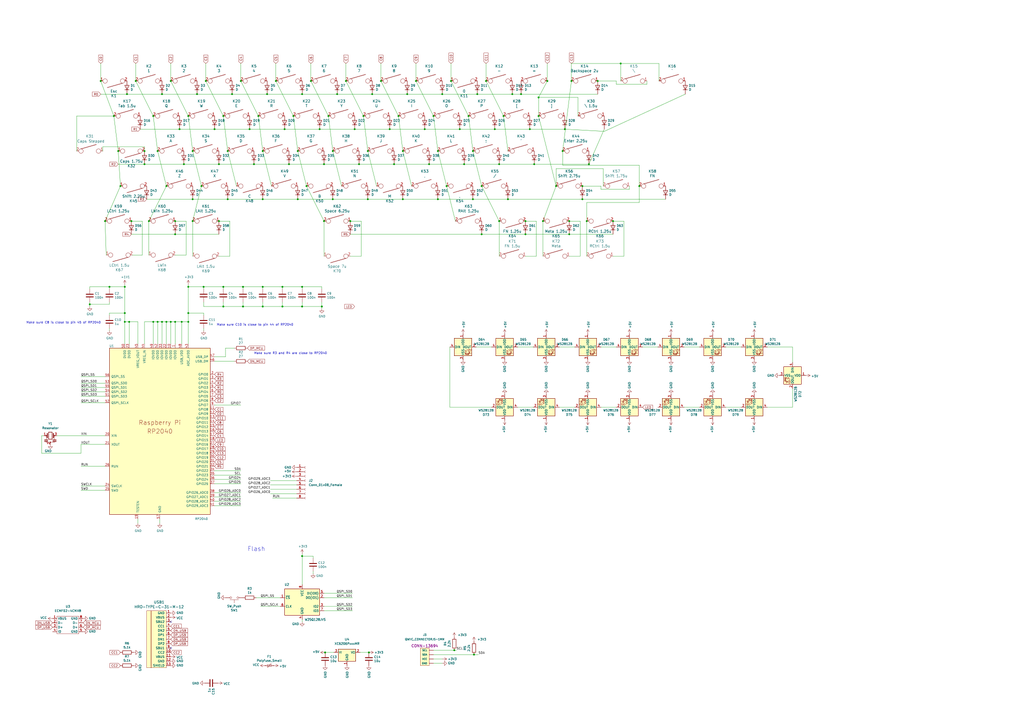
<source format=kicad_sch>
(kicad_sch (version 20230121) (generator eeschema)
  (paper "A2")
  (junction (at 251.46 67.31))
  (junction (at 172.72 87.63))
  (junction (at 193.04 115.57))
  (junction (at 187.96 128.27))
  (junction (at 205.74 74.93))
  (junction (at 327.66 74.93))
  (junction (at 360.045 36.83))
  (junction (at 287.02 74.93))
  (junction (at 312.42 56.515))
  (junction (at 101.6 128.27))
  (junction (at 63.5 166.37))
  (junction (at 96.52 107.95))
  (junction (at 193.04 87.63))
  (junction (at 132.08 115.57))
  (junction (at 74.93 186.69))
  (junction (at 99.06 46.99))
  (junction (at 106.68 95.25))
  (junction (at 279.4 135.89))
  (junction (at 109.22 166.37))
  (junction (at 341.63 95.25))
  (junction (at 152.4 177.8))
  (junction (at 109.22 186.69))
  (junction (at 66.04 67.31))
  (junction (at 83.82 95.25))
  (junction (at 175.26 54.61))
  (junction (at 91.44 186.69))
  (junction (at 186.69 177.8))
  (junction (at 149.86 67.31))
  (junction (at 188.595 378.46))
  (junction (at 124.46 74.93))
  (junction (at 147.32 95.25))
  (junction (at 281.94 46.99))
  (junction (at 195.58 54.61))
  (junction (at 52.07 176.53))
  (junction (at 337.82 115.57))
  (junction (at 200.66 46.99))
  (junction (at 152.4 166.37))
  (junction (at 69.85 107.95))
  (junction (at 177.8 107.95))
  (junction (at 340.36 128.27))
  (junction (at 220.98 46.99))
  (junction (at 152.4 87.63))
  (junction (at 140.97 177.8))
  (junction (at 274.32 115.57))
  (junction (at 228.6 95.25))
  (junction (at 68.58 87.63))
  (junction (at 88.9 67.31))
  (junction (at 109.22 67.31))
  (junction (at 292.1 67.31))
  (junction (at 233.68 115.57))
  (junction (at 109.22 181.61))
  (junction (at 330.2 135.89))
  (junction (at 274.32 87.63))
  (junction (at 175.26 177.8))
  (junction (at 203.2 128.27))
  (junction (at 307.34 74.93))
  (junction (at 304.8 135.89))
  (junction (at 60.96 128.27))
  (junction (at 297.18 54.61))
  (junction (at 213.995 378.46))
  (junction (at 294.64 115.57))
  (junction (at 231.14 67.31))
  (junction (at 314.96 128.27))
  (junction (at 127 95.25))
  (junction (at 114.3 54.61))
  (junction (at 241.3 46.99))
  (junction (at 226.06 74.93))
  (junction (at 330.2 128.27))
  (junction (at 72.39 186.69))
  (junction (at 152.4 115.57))
  (junction (at 355.6 128.27))
  (junction (at 213.36 87.63))
  (junction (at 118.11 166.37))
  (junction (at 289.56 95.25))
  (junction (at 175.26 166.37))
  (junction (at 337.82 107.95))
  (junction (at 111.76 87.63))
  (junction (at 101.6 186.69))
  (junction (at 140.97 166.37))
  (junction (at 175.26 322.58))
  (junction (at 213.36 115.57))
  (junction (at 289.56 128.27))
  (junction (at 104.14 74.93))
  (junction (at 233.68 87.63))
  (junction (at 105.41 186.69))
  (junction (at 331.47 46.99))
  (junction (at 263.525 377.19))
  (junction (at 91.44 87.63))
  (junction (at 346.71 46.99))
  (junction (at 129.54 177.8))
  (junction (at 172.72 115.57))
  (junction (at 96.52 186.69))
  (junction (at 274.955 379.73))
  (junction (at 254 115.57))
  (junction (at 127 128.27))
  (junction (at 134.62 54.61))
  (junction (at 208.28 95.25))
  (junction (at 144.78 74.93))
  (junction (at 163.83 166.37))
  (junction (at 185.42 74.93))
  (junction (at 180.34 46.99))
  (junction (at 210.82 67.31))
  (junction (at 326.39 87.63))
  (junction (at 248.92 95.25))
  (junction (at 302.26 54.61))
  (junction (at 322.58 107.95))
  (junction (at 72.39 166.37))
  (junction (at 261.62 46.99))
  (junction (at 269.24 95.25))
  (junction (at 111.76 128.27))
  (junction (at 73.66 54.61))
  (junction (at 83.82 87.63))
  (junction (at 119.38 46.99))
  (junction (at 317.5 46.99))
  (junction (at 58.42 46.99))
  (junction (at 76.2 128.27))
  (junction (at 132.08 87.63))
  (junction (at 129.54 166.37))
  (junction (at 167.64 95.25))
  (junction (at 259.08 107.95))
  (junction (at 78.74 46.99))
  (junction (at 88.9 186.69))
  (junction (at 309.88 95.25))
  (junction (at 271.78 67.31))
  (junction (at 246.38 74.93))
  (junction (at 170.18 67.31))
  (junction (at 139.7 46.99))
  (junction (at 111.76 115.57))
  (junction (at 190.5 67.31))
  (junction (at 160.02 46.99))
  (junction (at 101.6 135.89))
  (junction (at 370.84 107.95))
  (junction (at 236.22 54.61))
  (junction (at 256.54 54.61))
  (junction (at 93.98 186.69))
  (junction (at 304.8 128.27))
  (junction (at 93.98 54.61))
  (junction (at 163.83 177.8))
  (junction (at 116.84 107.95))
  (junction (at 86.36 128.27))
  (junction (at 215.9 54.61))
  (junction (at 187.96 95.25))
  (junction (at 99.06 186.69))
  (junction (at 254 87.63))
  (junction (at 129.54 67.31))
  (junction (at 154.94 54.61))
  (junction (at 276.86 54.61))
  (junction (at 72.39 181.61))
  (junction (at 266.7 74.93))
  (junction (at 279.4 107.95))
  (junction (at 165.1 74.93))
  (junction (at 312.42 67.31))
  (no_connect (at 99.06 375.92))
  (no_connect (at 99.06 360.68))
  (wire (pts (xy 83.82 85.09) (xy 59.69 85.09)))
  (wire (pts (xy 311.15 148.59) (xy 311.15 128.27)))
  (wire (pts (xy 200.66 46.99) (xy 200.66 36.83)))
  (wire (pts (xy 60.96 281.94) (xy 46.99 281.94)))
  (wire (pts (xy 254 87.63) (xy 251.46 67.31)))
  (wire (pts (xy 259.08 107.95) (xy 264.16 128.27)))
  (wire (pts (xy 172.72 87.63) (xy 170.18 67.31)))
  (wire (pts (xy 274.955 379.73) (xy 277.495 379.73)))
  (wire (pts (xy 60.96 252.73) (xy 33.02 252.73)))
  (wire (pts (xy 44.45 67.31) (xy 44.45 87.63)))
  (wire (pts (xy 129.54 177.8) (xy 118.11 177.8)))
  (wire (pts (xy 357.505 236.22) (xy 348.615 236.22)))
  (wire (pts (xy 74.93 199.39) (xy 74.93 186.69)))
  (wire (pts (xy 80.01 300.99) (xy 80.01 303.53)))
  (wire (pts (xy 114.3 54.61) (xy 134.62 54.61)))
  (wire (pts (xy 76.835 147.955) (xy 82.55 147.955)))
  (wire (pts (xy 160.02 46.99) (xy 160.02 36.83)))
  (wire (pts (xy 152.4 115.57) (xy 172.72 115.57)))
  (wire (pts (xy 109.22 67.31) (xy 111.76 87.63)))
  (wire (pts (xy 111.76 115.57) (xy 132.08 115.57)))
  (wire (pts (xy 149.86 67.31) (xy 152.4 87.63)))
  (wire (pts (xy 91.44 87.63) (xy 96.52 107.95)))
  (wire (pts (xy 137.16 107.95) (xy 132.08 87.63)))
  (wire (pts (xy 109.22 181.61) (xy 109.22 186.69)))
  (wire (pts (xy 285.115 201.295) (xy 276.225 201.295)))
  (wire (pts (xy 152.4 167.64) (xy 152.4 166.37)))
  (wire (pts (xy 86.36 128.27) (xy 96.52 107.95)))
  (wire (pts (xy 63.5 181.61) (xy 72.39 181.61)))
  (wire (pts (xy 152.4 166.37) (xy 163.83 166.37)))
  (wire (pts (xy 96.52 186.69) (xy 99.06 186.69)))
  (wire (pts (xy 80.01 186.69) (xy 74.93 186.69)))
  (wire (pts (xy 317.5 46.99) (xy 312.42 56.515)))
  (wire (pts (xy 180.34 36.83) (xy 180.34 46.99)))
  (wire (pts (xy 279.4 135.89) (xy 304.8 135.89)))
  (wire (pts (xy 148.59 346.71) (xy 162.56 346.71)))
  (wire (pts (xy 124.46 278.13) (xy 139.7 278.13)))
  (wire (pts (xy 124.46 275.59) (xy 139.7 275.59)))
  (wire (pts (xy 281.94 46.99) (xy 281.94 36.83)))
  (wire (pts (xy 186.69 167.64) (xy 186.69 166.37)))
  (wire (pts (xy 187.96 346.71) (xy 204.47 346.71)))
  (wire (pts (xy 361.95 148.59) (xy 361.95 128.27)))
  (wire (pts (xy 281.94 46.99) (xy 292.1 67.31)))
  (wire (pts (xy 109.22 166.37) (xy 109.22 181.61)))
  (wire (pts (xy 124.46 74.93) (xy 144.78 74.93)))
  (wire (pts (xy 46.99 224.79) (xy 60.96 224.79)))
  (wire (pts (xy 350.52 76.2) (xy 397.51 54.61)))
  (wire (pts (xy 140.97 177.8) (xy 129.54 177.8)))
  (wire (pts (xy 251.46 384.81) (xy 256.54 384.81)))
  (wire (pts (xy 326.39 95.885) (xy 370.84 95.885)))
  (wire (pts (xy 99.06 36.83) (xy 99.06 46.99)))
  (wire (pts (xy 181.61 323.85) (xy 181.61 322.58)))
  (wire (pts (xy 101.6 147.955) (xy 107.95 147.955)))
  (wire (pts (xy 238.76 107.95) (xy 233.68 87.63)))
  (wire (pts (xy 111.76 87.63) (xy 116.84 107.95)))
  (wire (pts (xy 78.74 46.99) (xy 88.9 67.31)))
  (wire (pts (xy 163.83 167.64) (xy 163.83 166.37)))
  (wire (pts (xy 81.28 74.93) (xy 104.14 74.93)))
  (wire (pts (xy 60.96 233.68) (xy 46.99 233.68)))
  (wire (pts (xy 445.135 236.22) (xy 459.74 236.22)))
  (wire (pts (xy 24.13 262.89) (xy 46.99 262.89)))
  (wire (pts (xy 187.96 128.27) (xy 177.8 107.95)))
  (wire (pts (xy 251.46 67.31) (xy 241.3 46.99)))
  (wire (pts (xy 322.58 97.79) (xy 349.885 97.79)))
  (wire (pts (xy 289.56 148.59) (xy 289.56 128.27)))
  (wire (pts (xy 330.2 135.89) (xy 355.6 135.89)))
  (wire (pts (xy 312.42 56.515) (xy 335.28 56.515)))
  (wire (pts (xy 124.46 209.55) (xy 135.89 209.55)))
  (wire (pts (xy 25.4 252.73) (xy 24.13 252.73)))
  (wire (pts (xy 355.6 148.59) (xy 361.95 148.59)))
  (wire (pts (xy 348.615 201.295) (xy 357.505 201.295)))
  (wire (pts (xy 349.885 97.79) (xy 349.885 107.95)))
  (wire (pts (xy 52.07 166.37) (xy 63.5 166.37)))
  (wire (pts (xy 152.4 87.63) (xy 157.48 107.95)))
  (wire (pts (xy 88.9 186.69) (xy 91.44 186.69)))
  (wire (pts (xy 118.11 190.5) (xy 118.11 191.77)))
  (wire (pts (xy 101.6 186.69) (xy 101.6 199.39)))
  (wire (pts (xy 274.32 87.63) (xy 279.4 107.95)))
  (wire (pts (xy 263.525 377.19) (xy 264.795 377.19)))
  (wire (pts (xy 156.845 278.765) (xy 172.085 278.765)))
  (wire (pts (xy 91.44 87.63) (xy 88.9 67.31)))
  (wire (pts (xy 360.045 36.83) (xy 382.27 36.83)))
  (wire (pts (xy 118.11 175.26) (xy 118.11 177.8)))
  (wire (pts (xy 193.04 87.63) (xy 198.12 107.95)))
  (wire (pts (xy 337.82 115.57) (xy 386.08 115.57)))
  (wire (pts (xy 60.96 257.81) (xy 46.99 257.81)))
  (wire (pts (xy 91.44 186.69) (xy 93.98 186.69)))
  (wire (pts (xy 205.74 74.93) (xy 226.06 74.93)))
  (wire (pts (xy 130.81 201.93) (xy 135.89 201.93)))
  (wire (pts (xy 152.4 177.8) (xy 140.97 177.8)))
  (wire (pts (xy 185.42 74.93) (xy 205.74 74.93)))
  (wire (pts (xy 140.97 166.37) (xy 152.4 166.37)))
  (wire (pts (xy 60.96 270.51) (xy 46.99 270.51)))
  (wire (pts (xy 127 95.25) (xy 147.32 95.25)))
  (wire (pts (xy 93.98 186.69) (xy 96.52 186.69)))
  (wire (pts (xy 208.28 95.25) (xy 228.6 95.25)))
  (wire (pts (xy 66.04 67.31) (xy 68.58 87.63)))
  (wire (pts (xy 322.58 97.79) (xy 322.58 107.95)))
  (wire (pts (xy 118.11 167.64) (xy 118.11 166.37)))
  (wire (pts (xy 260.985 201.295) (xy 260.985 236.22)))
  (wire (pts (xy 124.46 285.75) (xy 139.7 285.75)))
  (wire (pts (xy 156.845 281.305) (xy 172.085 281.305)))
  (wire (pts (xy 337.82 107.95) (xy 348.615 107.95)))
  (wire (pts (xy 129.54 67.31) (xy 132.08 87.63)))
  (wire (pts (xy 348.615 109.855) (xy 365.125 109.855)))
  (wire (pts (xy 139.7 36.83) (xy 139.7 46.99)))
  (wire (pts (xy 307.34 74.93) (xy 327.66 74.93)))
  (wire (pts (xy 52.07 175.26) (xy 52.07 176.53)))
  (wire (pts (xy 327.66 74.93) (xy 350.52 76.2)))
  (wire (pts (xy 124.46 273.05) (xy 139.7 273.05)))
  (wire (pts (xy 266.7 74.93) (xy 287.02 74.93)))
  (wire (pts (xy 172.72 115.57) (xy 193.04 115.57)))
  (wire (pts (xy 165.1 74.93) (xy 185.42 74.93)))
  (wire (pts (xy 208.915 378.46) (xy 213.995 378.46)))
  (wire (pts (xy 333.375 236.22) (xy 324.485 236.22)))
  (wire (pts (xy 396.875 201.295) (xy 405.765 201.295)))
  (wire (pts (xy 175.26 166.37) (xy 186.69 166.37)))
  (wire (pts (xy 246.38 74.93) (xy 266.7 74.93)))
  (wire (pts (xy 68.58 95.25) (xy 83.82 95.25)))
  (wire (pts (xy 213.36 115.57) (xy 233.68 115.57)))
  (wire (pts (xy 93.98 54.61) (xy 114.3 54.61)))
  (wire (pts (xy 72.39 166.37) (xy 72.39 181.61)))
  (wire (pts (xy 152.4 175.26) (xy 152.4 177.8)))
  (wire (pts (xy 312.42 67.31) (xy 312.42 56.515)))
  (wire (pts (xy 104.14 74.93) (xy 124.46 74.93)))
  (wire (pts (xy 63.5 182.88) (xy 63.5 181.61)))
  (wire (pts (xy 177.8 107.95) (xy 172.72 87.63)))
  (wire (pts (xy 107.95 128.27) (xy 101.6 128.27)))
  (wire (pts (xy 241.3 46.99) (xy 241.3 36.83)))
  (wire (pts (xy 365.125 109.855) (xy 365.125 107.95)))
  (wire (pts (xy 154.94 54.61) (xy 175.26 54.61)))
  (wire (pts (xy 107.95 147.955) (xy 107.95 128.27)))
  (wire (pts (xy 59.69 85.09) (xy 59.69 87.63)))
  (wire (pts (xy 357.505 48.895) (xy 375.285 48.895)))
  (wire (pts (xy 190.5 67.31) (xy 193.04 87.63)))
  (wire (pts (xy 251.46 377.19) (xy 263.525 377.19)))
  (wire (pts (xy 421.005 236.22) (xy 429.895 236.22)))
  (wire (pts (xy 170.18 67.31) (xy 160.02 46.99)))
  (wire (pts (xy 52.07 176.53) (xy 63.5 176.53)))
  (wire (pts (xy 370.84 95.885) (xy 370.84 107.95)))
  (wire (pts (xy 83.82 186.69) (xy 88.9 186.69)))
  (wire (pts (xy 140.97 167.64) (xy 140.97 166.37)))
  (wire (pts (xy 63.5 176.53) (xy 63.5 175.26)))
  (wire (pts (xy 175.26 175.26) (xy 175.26 177.8)))
  (wire (pts (xy 147.32 95.25) (xy 167.64 95.25)))
  (wire (pts (xy 124.46 293.37) (xy 139.7 293.37)))
  (wire (pts (xy 287.02 74.93) (xy 307.34 74.93)))
  (wire (pts (xy 46.99 227.33) (xy 60.96 227.33)))
  (wire (pts (xy 63.5 190.5) (xy 63.5 191.77)))
  (wire (pts (xy 99.06 199.39) (xy 99.06 186.69)))
  (wire (pts (xy 101.6 186.69) (xy 105.41 186.69)))
  (wire (pts (xy 82.55 128.27) (xy 76.2 128.27)))
  (wire (pts (xy 304.8 135.89) (xy 330.2 135.89)))
  (wire (pts (xy 172.085 288.925) (xy 158.115 288.925)))
  (wire (pts (xy 396.875 236.22) (xy 405.765 236.22)))
  (wire (pts (xy 261.62 36.83) (xy 261.62 46.99)))
  (wire (pts (xy 311.15 128.27) (xy 304.8 128.27)))
  (wire (pts (xy 195.58 54.61) (xy 215.9 54.61)))
  (wire (pts (xy 218.44 107.95) (xy 213.36 87.63)))
  (wire (pts (xy 127 148.59) (xy 133.35 148.59)))
  (wire (pts (xy 203.2 135.89) (xy 279.4 135.89)))
  (wire (pts (xy 309.245 236.22) (xy 300.355 236.22)))
  (wire (pts (xy 118.11 166.37) (xy 129.54 166.37)))
  (wire (pts (xy 331.47 46.99) (xy 326.39 87.63)))
  (wire (pts (xy 251.46 382.27) (xy 256.54 382.27)))
  (wire (pts (xy 46.99 262.89) (xy 46.99 257.81)))
  (wire (pts (xy 341.63 95.25) (xy 350.52 74.93)))
  (wire (pts (xy 346.71 46.99) (xy 357.505 46.99)))
  (wire (pts (xy 180.34 46.99) (xy 190.5 67.31)))
  (wire (pts (xy 302.26 54.61) (xy 346.71 54.61)))
  (wire (pts (xy 111.76 148.59) (xy 111.76 128.27)))
  (wire (pts (xy 78.74 46.99) (xy 78.74 36.83)))
  (wire (pts (xy 99.06 186.69) (xy 101.6 186.69)))
  (wire (pts (xy 312.42 67.31) (xy 322.58 107.95)))
  (wire (pts (xy 276.86 54.61) (xy 297.18 54.61)))
  (wire (pts (xy 289.56 95.25) (xy 309.88 95.25)))
  (wire (pts (xy 336.55 148.59) (xy 336.55 128.27)))
  (wire (pts (xy 187.96 351.79) (xy 204.47 351.79)))
  (wire (pts (xy 72.39 186.69) (xy 72.39 199.39)))
  (wire (pts (xy 231.14 67.31) (xy 233.68 87.63)))
  (wire (pts (xy 186.69 175.26) (xy 186.69 177.8)))
  (wire (pts (xy 118.11 182.88) (xy 118.11 181.61)))
  (wire (pts (xy 129.54 67.31) (xy 119.38 46.99)))
  (wire (pts (xy 140.97 175.26) (xy 140.97 177.8)))
  (wire (pts (xy 116.84 107.95) (xy 111.76 128.27)))
  (wire (pts (xy 105.41 199.39) (xy 105.41 186.69)))
  (wire (pts (xy 304.8 148.59) (xy 311.15 148.59)))
  (wire (pts (xy 24.13 252.73) (xy 24.13 262.89)))
  (wire (pts (xy 83.82 87.63) (xy 83.82 85.09)))
  (wire (pts (xy 109.22 186.69) (xy 109.22 199.39)))
  (wire (pts (xy 289.56 128.27) (xy 279.4 107.95)))
  (wire (pts (xy 382.27 36.83) (xy 382.27 46.99)))
  (wire (pts (xy 46.99 222.25) (xy 60.96 222.25)))
  (wire (pts (xy 52.07 167.64) (xy 52.07 166.37)))
  (wire (pts (xy 187.96 344.17) (xy 204.47 344.17)))
  (wire (pts (xy 85.09 115.57) (xy 111.76 115.57)))
  (wire (pts (xy 124.46 207.01) (xy 130.81 207.01)))
  (wire (pts (xy 186.69 177.8) (xy 186.69 179.07)))
  (wire (pts (xy 74.93 186.69) (xy 72.39 186.69)))
  (wire (pts (xy 129.54 166.37) (xy 140.97 166.37)))
  (wire (pts (xy 93.98 199.39) (xy 93.98 186.69)))
  (wire (pts (xy 58.42 46.99) (xy 66.04 67.31)))
  (wire (pts (xy 68.58 87.63) (xy 69.85 107.95)))
  (wire (pts (xy 58.42 54.61) (xy 73.66 54.61)))
  (wire (pts (xy 66.04 67.31) (xy 44.45 67.31)))
  (wire (pts (xy 151.13 351.79) (xy 162.56 351.79)))
  (wire (pts (xy 133.35 128.27) (xy 127 128.27)))
  (wire (pts (xy 52.07 176.53) (xy 52.07 177.8)))
  (wire (pts (xy 175.26 177.8) (xy 186.69 177.8)))
  (wire (pts (xy 181.61 331.47) (xy 181.61 332.74)))
  (wire (pts (xy 361.95 128.27) (xy 355.6 128.27)))
  (wire (pts (xy 210.82 67.31) (xy 213.36 87.63)))
  (wire (pts (xy 91.44 199.39) (xy 91.44 186.69)))
  (wire (pts (xy 200.66 46.99) (xy 210.82 67.31)))
  (wire (pts (xy 109.22 166.37) (xy 118.11 166.37)))
  (wire (pts (xy 175.26 54.61) (xy 195.58 54.61)))
  (wire (pts (xy 96.52 199.39) (xy 96.52 186.69)))
  (wire (pts (xy 203.2 148.59) (xy 209.55 148.59)))
  (wire (pts (xy 215.9 54.61) (xy 236.22 54.61)))
  (wire (pts (xy 187.96 95.25) (xy 208.28 95.25)))
  (wire (pts (xy 73.66 54.61) (xy 93.98 54.61)))
  (wire (pts (xy 187.96 148.59) (xy 187.96 128.27)))
  (wire (pts (xy 193.04 115.57) (xy 213.36 115.57)))
  (wire (pts (xy 163.83 175.26) (xy 163.83 177.8)))
  (wire (pts (xy 209.55 128.27) (xy 203.2 128.27)))
  (wire (pts (xy 106.68 95.25) (xy 127 95.25)))
  (wire (pts (xy 340.36 148.59) (xy 340.36 128.27)))
  (wire (pts (xy 324.485 201.295) (xy 333.375 201.295)))
  (wire (pts (xy 88.9 199.39) (xy 88.9 186.69)))
  (wire (pts (xy 348.615 107.95) (xy 348.615 109.855)))
  (wire (pts (xy 156.845 283.845) (xy 172.085 283.845)))
  (wire (pts (xy 72.39 181.61) (xy 72.39 186.69)))
  (wire (pts (xy 236.22 54.61) (xy 256.54 54.61)))
  (wire (pts (xy 60.96 284.48) (xy 46.99 284.48)))
  (wire (pts (xy 336.55 128.27) (xy 330.2 128.27)))
  (wire (pts (xy 297.18 54.61) (xy 302.26 54.61)))
  (wire (pts (xy 226.06 74.93) (xy 246.38 74.93)))
  (wire (pts (xy 60.96 218.44) (xy 46.99 218.44)))
  (wire (pts (xy 129.54 175.26) (xy 129.54 177.8)))
  (wire (pts (xy 92.71 300.99) (xy 92.71 303.53)))
  (wire (pts (xy 340.36 117.475) (xy 340.36 128.27)))
  (wire (pts (xy 175.26 167.64) (xy 175.26 166.37)))
  (wire (pts (xy 331.47 46.99) (xy 331.47 36.83)))
  (wire (pts (xy 193.675 378.46) (xy 188.595 378.46)))
  (wire (pts (xy 181.61 322.58) (xy 175.26 322.58)))
  (wire (pts (xy 63.5 167.64) (xy 63.5 166.37)))
  (wire (pts (xy 124.46 234.95) (xy 139.7 234.95)))
  (wire (pts (xy 233.68 115.57) (xy 254 115.57)))
  (wire (pts (xy 187.96 354.33) (xy 204.47 354.33)))
  (wire (pts (xy 459.74 201.295) (xy 459.74 210.185)))
  (wire (pts (xy 130.81 201.93) (xy 130.81 207.01)))
  (wire (pts (xy 314.96 148.59) (xy 314.96 128.27)))
  (wire (pts (xy 119.38 46.99) (xy 119.38 36.83)))
  (wire (pts (xy 300.355 201.295) (xy 309.245 201.295)))
  (wire (pts (xy 163.83 166.37) (xy 175.26 166.37)))
  (wire (pts (xy 294.64 115.57) (xy 337.82 115.57)))
  (wire (pts (xy 109.22 181.61) (xy 118.11 181.61)))
  (wire (pts (xy 124.46 290.83) (xy 139.7 290.83)))
  (wire (pts (xy 101.6 135.89) (xy 127 135.89)))
  (wire (pts (xy 124.46 280.67) (xy 139.7 280.67)))
  (wire (pts (xy 292.1 67.31) (xy 294.64 87.63)))
  (wire (pts (xy 331.47 36.83) (xy 360.045 36.83)))
  (wire (pts (xy 330.2 148.59) (xy 336.55 148.59)))
  (wire (pts (xy 46.99 229.87) (xy 60.96 229.87)))
  (wire (pts (xy 124.46 288.29) (xy 139.7 288.29)))
  (wire (pts (xy 274.32 115.57) (xy 294.64 115.57)))
  (wire (pts (xy 58.42 36.83) (xy 58.42 46.99)))
  (wire (pts (xy 72.39 165.1) (xy 72.39 166.37)))
  (wire (pts (xy 375.285 48.895) (xy 375.285 46.99)))
  (wire (pts (xy 69.85 107.95) (xy 60.96 128.27)))
  (wire (pts (xy 220.98 36.83) (xy 220.98 46.99)))
  (wire (pts (xy 175.26 177.8) (xy 163.83 177.8)))
  (wire (pts (xy 370.84 107.95) (xy 370.84 117.475)))
  (wire (pts (xy 357.505 46.99) (xy 357.505 48.895)))
  (wire (pts (xy 129.54 167.64) (xy 129.54 166.37)))
  (wire (pts (xy 86.36 147.955) (xy 86.36 128.27)))
  (wire (pts (xy 260.985 236.22) (xy 285.115 236.22)))
  (wire (pts (xy 175.26 322.58) (xy 175.26 339.09)))
  (wire (pts (xy 261.62 46.99) (xy 271.78 67.31)))
  (wire (pts (xy 156.845 286.385) (xy 172.085 286.385)))
  (wire (pts (xy 360.045 36.83) (xy 360.045 46.99)))
  (wire (pts (xy 61.595 147.955) (xy 60.96 128.27)))
  (wire (pts (xy 105.41 186.69) (xy 109.22 186.69)))
  (wire (pts (xy 445.135 201.295) (xy 459.74 201.295)))
  (wire (pts (xy 309.88 95.25) (xy 341.63 95.25)))
  (wire (pts (xy 134.62 54.61) (xy 154.94 54.61)))
  (wire (pts (xy 80.01 199.39) (xy 80.01 186.69)))
  (wire (pts (xy 133.35 148.59) (xy 133.35 128.27)))
  (wire (pts (xy 335.28 56.515) (xy 335.28 67.31)))
  (wire (pts (xy 322.58 107.95) (xy 314.96 128.27)))
  (wire (pts (xy 109.22 165.1) (xy 109.22 166.37)))
  (wire (pts (xy 421.005 201.295) (xy 429.895 201.295)))
  (wire (pts (xy 251.46 379.73) (xy 274.955 379.73)))
  (wire (pts (xy 248.92 95.25) (xy 269.24 95.25)))
  (wire (pts (xy 326.39 87.63) (xy 326.39 95.885)))
  (wire (pts (xy 82.55 147.955) (xy 82.55 128.27)))
  (wire (pts (xy 228.6 95.25) (xy 248.92 95.25)))
  (wire (pts (xy 139.7 46.99) (xy 149.86 67.31)))
  (wire (pts (xy 459.74 225.425) (xy 459.74 236.22)))
  (wire (pts (xy 254 87.63) (xy 259.08 107.95)))
  (wire (pts (xy 63.5 166.37) (xy 72.39 166.37)))
  (wire (pts (xy 167.64 95.25) (xy 187.96 95.25)))
  (wire (pts (xy 220.98 46.99) (xy 231.14 67.31)))
  (wire (pts (xy 76.2 135.89) (xy 101.6 135.89)))
  (wire (pts (xy 132.08 115.57) (xy 152.4 115.57)))
  (wire (pts (xy 83.82 95.25) (xy 106.68 95.25)))
  (wire (pts (xy 175.26 359.41) (xy 175.26 360.68)))
  (wire (pts (xy 269.24 95.25) (xy 289.56 95.25)))
  (wire (pts (xy 340.36 117.475) (xy 370.84 117.475)))
  (wire (pts (xy 317.5 36.83) (xy 317.5 46.99)))
  (wire (pts (xy 256.54 54.61) (xy 276.86 54.61)))
  (wire (pts (xy 254 115.57) (xy 274.32 115.57)))
  (wire (pts (xy 144.78 74.93) (xy 165.1 74.93)))
  (wire (pts (xy 163.83 177.8) (xy 152.4 177.8)))
  (wire (pts (xy 271.78 67.31) (xy 274.32 87.63)))
  (wire (pts (xy 372.745 201.295) (xy 381.635 201.295)))
  (wire (pts (xy 175.26 321.31) (xy 175.26 322.58)))
  (wire (pts (xy 83.82 199.39) (xy 83.82 186.69)))
  (wire (pts (xy 99.06 46.99) (xy 109.22 67.31)))
  (wire (pts (xy 209.55 148.59) (xy 209.55 128.27)))
  (text "Make sure R3 and R4 are close to RP2040" (at 147.32 205.74 0) (effects (font (size 1.27 1.27)) (justify left bottom)))
  (text "Make sure C8 is close to pin 45 of RP2040" (at 15.24 187.96 0) (effects (font (size 1.27 1.27)) (justify left bottom)))
  (text "Flash" (at 143.51 320.04 0) (effects (font (size 2.54 2.54)) (justify left bottom)))
  (text "Make sure C10 is close to pin 44 of RP2040" (at 125.73 189.23 0) (effects (font (size 1.27 1.27)) (justify left bottom)))
  (label "GPIO7" (at 139.7 234.95 180))
  (label "QSPI_SCLK" (at 46.99 233.68 0))
  (label "GPIO27_ADC1" (at 156.845 283.845 180))
  (label "QSPI_SS" (at 46.99 218.44 0))
  (label "RUN" (at 46.99 270.51 0))
  (label "SWD" (at 46.99 284.48 0))
  (label "SDA" (at 277.495 379.73 0))
  (label "RUN" (at 158.115 288.925 0))
  (label "QSPI_SD1" (at 46.99 224.79 0))
  (label "QSPI_SD3" (at 46.99 229.87 0))
  (label "GPIO29_ADC3" (at 139.7 293.37 180))
  (label "GPIO26_ADC0" (at 139.7 285.75 180))
  (label "SCL" (at 139.7 275.59 180))
  (label "SWCLK" (at 46.99 281.94 0))
  (label "SCL" (at 264.795 377.19 0))
  (label "QSPI_SCLK" (at 151.13 351.79 0))
  (label "GPIO24" (at 139.7 278.13 180))
  (label "QSPI_SD3" (at 204.47 354.33 180))
  (label "XIN" (at 46.99 252.73 0))
  (label "GPIO25" (at 139.7 280.67 180))
  (label "GPIO29_ADC3" (at 156.845 278.765 180))
  (label "QSPI_SD2" (at 46.99 227.33 0))
  (label "GPIO28_ADC2" (at 139.7 290.83 180))
  (label "QSPI_SD2" (at 204.47 351.79 180))
  (label "QSPI_SD0" (at 46.99 222.25 0))
  (label "XOUT" (at 46.99 257.81 0))
  (label "QSPI_SD1" (at 204.47 346.71 180))
  (label "QSPI_SS" (at 151.13 346.71 0))
  (label "GPIO26_ADC0" (at 156.845 286.385 180))
  (label "SDA" (at 139.7 273.05 180))
  (label "GPIO28_ADC2" (at 156.845 281.305 180))
  (label "GPIO27_ADC1" (at 139.7 288.29 180))
  (label "QSPI_SD0" (at 204.47 344.17 180))
  (global_label "C6" (shape input) (at 124.46 250.19 0) (property "Intersheetrefs" "${INTERSHEET_REFS}" (effects hide)))
  (global_label "C13" (shape input) (at 331.47 36.83 90) (property "Intersheetrefs" "${INTERSHEET_REFS}" (effects hide)))
  (global_label "C3" (shape input) (at 124.46 229.87 0) (property "Intersheetrefs" "${INTERSHEET_REFS}" (effects hide)))
  (global_label "C1" (shape input) (at 78.74 36.83 90) (property "Intersheetrefs" "${INTERSHEET_REFS}" (effects hide)))
  (global_label "R4" (shape input) (at 76.2 135.89 180) (property "Intersheetrefs" "${INTERSHEET_REFS}" (effects hide)))
  (global_label "DP_USB" (shape input) (at 99.06 373.38 0) (property "Intersheetrefs" "${INTERSHEET_REFS}" (effects hide)))
  (global_label "R1" (shape input) (at 81.28 74.93 180) (property "Intersheetrefs" "${INTERSHEET_REFS}" (effects hide)))
  (global_label "R5" (shape input) (at 124.46 270.51 0) (property "Intersheetrefs" "${INTERSHEET_REFS}" (effects hide)))
  (global_label "C12" (shape input) (at 124.46 265.43 0) (property "Intersheetrefs" "${INTERSHEET_REFS}" (effects hide)))
  (global_label "C2" (shape input) (at 124.46 232.41 0) (property "Intersheetrefs" "${INTERSHEET_REFS}" (effects hide)))
  (global_label "R3" (shape input) (at 85.09 115.57 180) (property "Intersheetrefs" "${INTERSHEET_REFS}" (effects hide)))
  (global_label "C12" (shape input) (at 317.5 36.83 90) (property "Intersheetrefs" "${INTERSHEET_REFS}" (effects hide)))
  (global_label "R5" (shape input) (at 203.2 135.89 180) (property "Intersheetrefs" "${INTERSHEET_REFS}" (effects hide)))
  (global_label "C7" (shape input) (at 200.66 36.83 90) (property "Intersheetrefs" "${INTERSHEET_REFS}" (effects hide)))
  (global_label "R4" (shape input) (at 124.46 217.17 0) (property "Intersheetrefs" "${INTERSHEET_REFS}" (effects hide)))
  (global_label "C0" (shape input) (at 124.46 240.03 0) (property "Intersheetrefs" "${INTERSHEET_REFS}" (effects hide)))
  (global_label "R0" (shape input) (at 58.42 54.61 180) (property "Intersheetrefs" "${INTERSHEET_REFS}" (effects hide)))
  (global_label "DP_MCU" (shape input) (at 48.26 363.855 0) (property "Intersheetrefs" "${INTERSHEET_REFS}" (effects hide)))
  (global_label "DN_USB" (shape input) (at 99.06 370.84 0) (property "Intersheetrefs" "${INTERSHEET_REFS}" (effects hide)))
  (global_label "C5" (shape input) (at 124.46 267.97 0) (property "Intersheetrefs" "${INTERSHEET_REFS}" (effects hide)))
  (global_label "LED" (shape input) (at 205.74 177.8 180) (property "Intersheetrefs" "${INTERSHEET_REFS}" (effects hide)))
  (global_label "R2" (shape input) (at 68.58 95.25 180) (property "Intersheetrefs" "${INTERSHEET_REFS}" (effects hide)))
  (global_label "CC1" (shape input) (at 99.06 363.22 0) (property "Intersheetrefs" "${INTERSHEET_REFS}" (effects hide)))
  (global_label "C4" (shape input) (at 124.46 252.73 0) (property "Intersheetrefs" "${INTERSHEET_REFS}" (effects hide)))
  (global_label "LED" (shape input) (at 372.745 236.22 0) (property "Intersheetrefs" "${INTERSHEET_REFS}" (effects hide)))
  (global_label "C8" (shape input) (at 220.98 36.83 90) (property "Intersheetrefs" "${INTERSHEET_REFS}" (effects hide)))
  (global_label "C13" (shape input) (at 124.46 262.89 0) (property "Intersheetrefs" "${INTERSHEET_REFS}" (effects hide)))
  (global_label "CC2" (shape input) (at 69.85 386.08 180) (property "Intersheetrefs" "${INTERSHEET_REFS}" (effects hide)))
  (global_label "C8" (shape input) (at 124.46 245.11 0) (property "Intersheetrefs" "${INTERSHEET_REFS}" (effects hide)))
  (global_label "C7" (shape input) (at 124.46 247.65 0) (property "Intersheetrefs" "${INTERSHEET_REFS}" (effects hide)))
  (global_label "DN_MCU" (shape input) (at 48.26 361.315 0) (property "Intersheetrefs" "${INTERSHEET_REFS}" (effects hide)))
  (global_label "R1" (shape input) (at 124.46 224.79 0) (property "Intersheetrefs" "${INTERSHEET_REFS}" (effects hide)))
  (global_label "DN_USB" (shape input) (at 99.06 365.76 0) (property "Intersheetrefs" "${INTERSHEET_REFS}" (effects hide)))
  (global_label "C10" (shape input) (at 124.46 260.35 0) (property "Intersheetrefs" "${INTERSHEET_REFS}" (effects hide)))
  (global_label "C3" (shape input) (at 119.38 36.83 90) (property "Intersheetrefs" "${INTERSHEET_REFS}" (effects hide)))
  (global_label "CC1" (shape input) (at 69.85 378.46 180) (property "Intersheetrefs" "${INTERSHEET_REFS}" (effects hide)))
  (global_label "C5" (shape input) (at 160.02 36.83 90) (property "Intersheetrefs" "${INTERSHEET_REFS}" (effects hide)))
  (global_label "DP_USB" (shape input) (at 99.06 368.3 0) (property "Intersheetrefs" "${INTERSHEET_REFS}" (effects hide)))
  (global_label "C4" (shape input) (at 139.7 36.83 90) (property "Intersheetrefs" "${INTERSHEET_REFS}" (effects hide)))
  (global_label "C10" (shape input) (at 261.62 36.83 90) (property "Intersheetrefs" "${INTERSHEET_REFS}" (effects hide)))
  (global_label "C9" (shape input) (at 124.46 257.81 0) (property "Intersheetrefs" "${INTERSHEET_REFS}" (effects hide)))
  (global_label "R3" (shape input) (at 124.46 219.71 0) (property "Intersheetrefs" "${INTERSHEET_REFS}" (effects hide)))
  (global_label "DN_USB" (shape input) (at 30.48 361.315 180) (property "Intersheetrefs" "${INTERSHEET_REFS}" (effects hide)))
  (global_label "LED" (shape input) (at 124.46 255.27 0) (property "Intersheetrefs" "${INTERSHEET_REFS}" (effects hide)))
  (global_label "C2" (shape input) (at 99.06 36.83 90) (property "Intersheetrefs" "${INTERSHEET_REFS}" (effects hide)))
  (global_label "DP_USB" (shape input) (at 30.48 363.855 180) (property "Intersheetrefs" "${INTERSHEET_REFS}" (effects hide)))
  (global_label "C11" (shape input) (at 281.94 36.83 90) (property "Intersheetrefs" "${INTERSHEET_REFS}" (effects hide)))
  (global_label "C1" (shape input) (at 124.46 237.49 0) (property "Intersheetrefs" "${INTERSHEET_REFS}" (effects hide)))
  (global_label "CC2" (shape input) (at 99.06 378.46 0) (property "Intersheetrefs" "${INTERSHEET_REFS}" (effects hide)))
  (global_label "DP_MCU" (shape input) (at 143.51 201.93 0) (property "Intersheetrefs" "${INTERSHEET_REFS}" (effects hide)))
  (global_label "DN_MCU" (shape input) (at 143.51 209.55 0) (property "Intersheetrefs" "${INTERSHEET_REFS}" (effects hide)))
  (global_label "C6" (shape input) (at 180.34 36.83 90) (property "Intersheetrefs" "${INTERSHEET_REFS}" (effects hide)))
  (global_label "C0" (shape input) (at 58.42 36.83 90) (property "Intersheetrefs" "${INTERSHEET_REFS}" (effects hide)))
  (global_label "R2" (shape input) (at 124.46 222.25 0) (property "Intersheetrefs" "${INTERSHEET_REFS}" (effects hide)))
  (global_label "C11" (shape input) (at 124.46 242.57 0) (property "Intersheetrefs" "${INTERSHEET_REFS}" (effects hide)))
  (global_label "R0" (shape input) (at 124.46 227.33 0) (property "Intersheetrefs" "${INTERSHEET_REFS}" (effects hide)))
  (global_label "C9" (shape input) (at 241.3 36.83 90) (property "Intersheetrefs" "${INTERSHEET_REFS}" (effects hide)))
  (symbol (lib_id "keebio:HRO-TYPE-C-31-M-12") (at 96.52 369.57 0) (unit 1)
    (property "Reference" "USB1" (at 92.2782 349.3262 0) (effects (font (size 1.524 1.524))))
    (property "Value" "HRO-TYPE-C-31-M-12" (at 92.2782 352.0186 0) (effects (font (size 1.524 1.524))))
    (property "Footprint" "Type-C:HRO-TYPE-C-31-M-12-Assembly" (effects hide))
  )
  (symbol (lib_id "power:GND") (at 99.06 355.6 90) (unit 1)
    (property "Reference" "#PWR049" (effects hide))
    (property "Value" "GND" (at 102.3112 355.473 90) (effects (justify right)))
  )
  (symbol (lib_id "power:GND") (at 99.06 383.54 90) (unit 1)
    (property "Reference" "#PWR060" (effects hide))
    (property "Value" "GND" (at 102.3112 383.413 90) (effects (justify right)))
  )
  (symbol (lib_id "power:GND") (at 99.06 386.08 90) (unit 1)
    (property "Reference" "#PWR063" (effects hide))
    (property "Value" "GND" (at 102.3112 385.953 90) (effects (justify right)))
  )
  (symbol (lib_id "power:GND") (at 48.26 366.395 90) (unit 1)
    (property "Reference" "#PWR053" (effects hide))
    (property "Value" "GND" (at 51.5112 366.268 90) (effects (justify right)))
  )
  (symbol (lib_id "Device:Polyfuse_Small") (at 156.21 386.08 270) (unit 1)
    (property "Reference" "F1" (at 156.21 380.873 90))
    (property "Value" "Polyfuse_Small" (at 156.21 383.1844 90))
    (property "Footprint" "Fuse:Fuse_1206_3216Metric" (effects hide))
  )
  (symbol (lib_id "power:VCC") (at 99.06 358.14 270) (unit 1)
    (property "Reference" "#PWR050" (effects hide))
    (property "Value" "VCC" (at 102.3112 358.521 90) (effects (justify left)))
  )
  (symbol (lib_id "power:VCC") (at 99.06 381 270) (unit 1)
    (property "Reference" "#PWR058" (effects hide))
    (property "Value" "VCC" (at 102.3112 381.381 90) (effects (justify left)))
  )
  (symbol (lib_id "power:VCC") (at 153.67 386.08 90) (unit 1)
    (property "Reference" "#PWR064" (effects hide))
    (property "Value" "VCC" (at 150.4442 385.699 90) (effects (justify left)))
  )
  (symbol (lib_id "power:+5V") (at 158.75 386.08 270) (unit 1)
    (property "Reference" "#PWR065" (effects hide))
    (property "Value" "+5V" (at 162.0012 386.461 90) (effects (justify left)))
  )
  (symbol (lib_id "power:VCC") (at 30.48 358.775 90) (unit 1)
    (property "Reference" "#PWR048" (effects hide))
    (property "Value" "VCC" (at 27.2288 358.394 90) (effects (justify left)))
  )
  (symbol (lib_id "HSE-rescue:KEYSW-keyboard_parts") (at 66.04 46.99 180) (unit 1)
    (property "Reference" "K1" (at 66.04 55.6006 0) (effects (font (size 1.524 1.524))))
    (property "Value" "Esc" (at 66.04 52.9082 0) (effects (font (size 1.524 1.524))))
    (property "Footprint" "MX_Only:MXOnly-1U-Hotswap" (effects hide))
  )
  (symbol (lib_id "HSE-rescue:KEYSW-keyboard_parts") (at 86.36 46.99 0) (unit 1)
    (property "Reference" "K2" (at 86.36 38.3794 0) (effects (font (size 1.524 1.524))))
    (property "Value" "1" (at 86.36 41.0718 0) (effects (font (size 1.524 1.524))))
    (property "Footprint" "MX_Only:MXOnly-1U-Hotswap" (effects hide))
  )
  (symbol (lib_id "HSE-rescue:KEYSW-keyboard_parts") (at 106.68 46.99 0) (unit 1)
    (property "Reference" "K3" (at 106.68 38.3794 0) (effects (font (size 1.524 1.524))))
    (property "Value" "2" (at 106.68 41.0718 0) (effects (font (size 1.524 1.524))))
    (property "Footprint" "MX_Only:MXOnly-1U-Hotswap" (effects hide))
  )
  (symbol (lib_id "HSE-rescue:KEYSW-keyboard_parts") (at 127 46.99 0) (unit 1)
    (property "Reference" "K4" (at 127 38.3794 0) (effects (font (size 1.524 1.524))))
    (property "Value" "3" (at 127 41.0718 0) (effects (font (size 1.524 1.524))))
    (property "Footprint" "MX_Only:MXOnly-1U-Hotswap" (effects hide))
  )
  (symbol (lib_id "HSE-rescue:KEYSW-keyboard_parts") (at 147.32 46.99 0) (unit 1)
    (property "Reference" "K5" (at 147.32 38.3794 0) (effects (font (size 1.524 1.524))))
    (property "Value" "4" (at 147.32 41.0718 0) (effects (font (size 1.524 1.524))))
    (property "Footprint" "MX_Only:MXOnly-1U-Hotswap" (effects hide))
  )
  (symbol (lib_id "HSE-rescue:KEYSW-keyboard_parts") (at 167.64 46.99 0) (unit 1)
    (property "Reference" "K6" (at 167.64 38.3794 0) (effects (font (size 1.524 1.524))))
    (property "Value" "5" (at 167.64 41.0718 0) (effects (font (size 1.524 1.524))))
    (property "Footprint" "MX_Only:MXOnly-1U-Hotswap" (effects hide))
  )
  (symbol (lib_id "HSE-rescue:KEYSW-keyboard_parts") (at 187.96 46.99 0) (unit 1)
    (property "Reference" "K7" (at 187.96 38.3794 0) (effects (font (size 1.524 1.524))))
    (property "Value" "6" (at 187.96 41.0718 0) (effects (font (size 1.524 1.524))))
    (property "Footprint" "MX_Only:MXOnly-1U-Hotswap" (effects hide))
  )
  (symbol (lib_id "HSE-rescue:KEYSW-keyboard_parts") (at 208.28 46.99 0) (unit 1)
    (property "Reference" "K8" (at 208.28 38.3794 0) (effects (font (size 1.524 1.524))))
    (property "Value" "7" (at 208.28 41.0718 0) (effects (font (size 1.524 1.524))))
    (property "Footprint" "MX_Only:MXOnly-1U-Hotswap" (effects hide))
  )
  (symbol (lib_id "HSE-rescue:KEYSW-keyboard_parts") (at 228.6 46.99 0) (unit 1)
    (property "Reference" "K9" (at 228.6 38.3794 0) (effects (font (size 1.524 1.524))))
    (property "Value" "8" (at 228.6 41.0718 0) (effects (font (size 1.524 1.524))))
    (property "Footprint" "MX_Only:MXOnly-1U-Hotswap" (effects hide))
  )
  (symbol (lib_id "Switch:SW_Push") (at 135.89 346.71 180) (unit 1)
    (property "Reference" "SW1" (at 135.89 353.949 0))
    (property "Value" "SW_Push" (at 135.89 351.6376 0))
    (property "Footprint" "Keebio-Parts 02:SW_SPST_TL3342" (effects hide))
  )
  (symbol (lib_id "HSE-rescue:KEYSW-keyboard_parts") (at 248.92 46.99 0) (unit 1)
    (property "Reference" "K10" (at 248.92 38.3794 0) (effects (font (size 1.524 1.524))))
    (property "Value" "9" (at 248.92 41.0718 0) (effects (font (size 1.524 1.524))))
    (property "Footprint" "MX_Only:MXOnly-1U-Hotswap" (effects hide))
  )
  (symbol (lib_id "HSE-rescue:KEYSW-keyboard_parts") (at 269.24 46.99 180) (unit 1)
    (property "Reference" "K11" (at 269.24 55.6006 0) (effects (font (size 1.524 1.524))))
    (property "Value" "0" (at 269.24 52.9082 0) (effects (font (size 1.524 1.524))))
    (property "Footprint" "MX_Only:MXOnly-1U-Hotswap" (effects hide))
  )
  (symbol (lib_id "Device:R") (at 73.66 386.08 270) (unit 1)
    (property "Reference" "R7" (at 73.66 380.8222 90))
    (property "Value" "5.1k" (at 73.66 383.1336 90))
    (property "Footprint" "Resistor_SMD:R_0402_1005Metric" (effects hide))
  )
  (symbol (lib_id "Device:R") (at 73.66 378.46 270) (unit 1)
    (property "Reference" "R6" (at 73.66 373.2022 90))
    (property "Value" "5.1k" (at 73.66 375.5136 90))
    (property "Footprint" "Resistor_SMD:R_0402_1005Metric" (effects hide))
  )
  (symbol (lib_id "power:GND") (at 77.47 378.46 90) (unit 1)
    (property "Reference" "#PWR055" (effects hide))
    (property "Value" "GND" (at 81.28 379.73 0))
  )
  (symbol (lib_id "power:GND") (at 77.47 386.08 90) (unit 1)
    (property "Reference" "#PWR062" (effects hide))
    (property "Value" "GND" (at 81.28 387.35 0))
  )
  (symbol (lib_id "HSE-rescue:KEYSW-keyboard_parts") (at 289.56 46.99 0) (unit 1)
    (property "Reference" "K12" (at 289.56 38.3794 0) (effects (font (size 1.524 1.524))))
    (property "Value" "-" (at 289.56 41.0718 0) (effects (font (size 1.524 1.524))))
    (property "Footprint" "MX_Only:MXOnly-1U-Hotswap" (effects hide))
  )
  (symbol (lib_id "HSE-rescue:KEYSW-keyboard_parts") (at 309.88 46.99 0) (unit 1)
    (property "Reference" "K13" (at 309.88 38.3794 0) (effects (font (size 1.524 1.524))))
    (property "Value" "=" (at 309.88 41.0718 0) (effects (font (size 1.524 1.524))))
    (property "Footprint" "MX_Only:MXOnly-1U-Hotswap" (effects hide))
  )
  (symbol (lib_id "power:GND") (at 130.81 346.71 270) (unit 1)
    (property "Reference" "#PWR047" (effects hide))
    (property "Value" "GND" (at 127 345.44 0))
  )
  (symbol (lib_id "HSE-rescue:KEYSW-keyboard_parts") (at 104.14 107.95 0) (unit 1)
    (property "Reference" "K46" (at 104.14 99.3394 0) (effects (font (size 1.524 1.524))))
    (property "Value" "Z" (at 104.14 102.0318 0) (effects (font (size 1.524 1.524))))
    (property "Footprint" "MX_Only:MXOnly-1U-Hotswap" (effects hide))
  )
  (symbol (lib_id "HSE-rescue:KEYSW-keyboard_parts") (at 124.46 107.95 0) (unit 1)
    (property "Reference" "K47" (at 124.46 99.3394 0) (effects (font (size 1.524 1.524))))
    (property "Value" "X" (at 124.46 102.0318 0) (effects (font (size 1.524 1.524))))
    (property "Footprint" "MX_Only:MXOnly-1U-Hotswap" (effects hide))
  )
  (symbol (lib_id "HSE-rescue:KEYSW-keyboard_parts") (at 144.78 107.95 180) (unit 1)
    (property "Reference" "K48" (at 144.78 116.5606 0) (effects (font (size 1.524 1.524))))
    (property "Value" "C" (at 144.78 113.8682 0) (effects (font (size 1.524 1.524))))
    (property "Footprint" "MX_Only:MXOnly-1U-Hotswap" (effects hide))
  )
  (symbol (lib_id "HSE-rescue:KEYSW-keyboard_parts") (at 165.1 107.95 0) (unit 1)
    (property "Reference" "K49" (at 165.1 99.3394 0) (effects (font (size 1.524 1.524))))
    (property "Value" "V" (at 165.1 102.0318 0) (effects (font (size 1.524 1.524))))
    (property "Footprint" "MX_Only:MXOnly-1U-Hotswap" (effects hide))
  )
  (symbol (lib_id "HSE-rescue:KEYSW-keyboard_parts") (at 185.42 107.95 180) (unit 1)
    (property "Reference" "K50" (at 185.42 116.5606 0) (effects (font (size 1.524 1.524))))
    (property "Value" "B" (at 185.42 113.8682 0) (effects (font (size 1.524 1.524))))
    (property "Footprint" "MX_Only:MXOnly-1U-Hotswap" (effects hide))
  )
  (symbol (lib_id "HSE-rescue:KEYSW-keyboard_parts") (at 205.74 107.95 0) (unit 1)
    (property "Reference" "K51" (at 205.74 99.3394 0) (effects (font (size 1.524 1.524))))
    (property "Value" "N" (at 205.74 102.0318 0) (effects (font (size 1.524 1.524))))
    (property "Footprint" "MX_Only:MXOnly-1U-Hotswap" (effects hide))
  )
  (symbol (lib_id "HSE-rescue:KEYSW-keyboard_parts") (at 339.09 46.99 0) (unit 1)
    (property "Reference" "K14" (at 339.09 38.3794 0) (effects (font (size 1.524 1.524))))
    (property "Value" "Backspace 2u" (at 339.09 41.0718 0) (effects (font (size 1.524 1.524))))
    (property "Footprint" "MX_Only:MXOnly-2U-Hotswap" (effects hide))
  )
  (symbol (lib_id "HSE-rescue:KEYSW-keyboard_parts") (at 226.06 107.95 180) (unit 1)
    (property "Reference" "K52" (at 226.06 116.5606 0) (effects (font (size 1.524 1.524))))
    (property "Value" "M" (at 226.06 113.8682 0) (effects (font (size 1.524 1.524))))
    (property "Footprint" "MX_Only:MXOnly-1U-Hotswap" (effects hide))
  )
  (symbol (lib_id "HSE-rescue:KEYSW-keyboard_parts") (at 246.38 107.95 0) (unit 1)
    (property "Reference" "K53" (at 246.38 99.3394 0) (effects (font (size 1.524 1.524))))
    (property "Value" "," (at 246.38 102.0318 0) (effects (font (size 1.524 1.524))))
    (property "Footprint" "MX_Only:MXOnly-1U-Hotswap" (effects hide))
  )
  (symbol (lib_id "HSE-rescue:KEYSW-keyboard_parts") (at 266.7 107.95 180) (unit 1)
    (property "Reference" "K54" (at 266.7 116.5606 0) (effects (font (size 1.524 1.524))))
    (property "Value" "." (at 266.7 113.8682 0) (effects (font (size 1.524 1.524))))
    (property "Footprint" "MX_Only:MXOnly-1U-Hotswap" (effects hide))
  )
  (symbol (lib_id "HSE-rescue:KEYSW-keyboard_parts") (at 287.02 107.95 0) (unit 1)
    (property "Reference" "K55" (at 287.02 99.3394 0) (effects (font (size 1.524 1.524))))
    (property "Value" "/" (at 287.02 102.0318 0) (effects (font (size 1.524 1.524))))
    (property "Footprint" "MX_Only:MXOnly-1U-Hotswap" (effects hide))
  )
  (symbol (lib_id "HSE-rescue:KEYSW-keyboard_parts") (at 73.66 67.31 0) (unit 1)
    (property "Reference" "K17" (at 73.66 58.6994 0) (effects (font (size 1.524 1.524))))
    (property "Value" "Tab 1.5u" (at 73.66 61.3918 0) (effects (font (size 1.524 1.524))))
    (property "Footprint" "MX_Only:MXOnly-1.5U-Hotswap" (effects hide))
  )
  (symbol (lib_id "HSE-rescue:KEYSW-keyboard_parts") (at 96.52 67.31 0) (unit 1)
    (property "Reference" "K18" (at 96.52 58.6994 0) (effects (font (size 1.524 1.524))))
    (property "Value" "Q" (at 96.52 61.3918 0) (effects (font (size 1.524 1.524))))
    (property "Footprint" "MX_Only:MXOnly-1U-Hotswap" (effects hide))
  )
  (symbol (lib_id "HSE-rescue:KEYSW-keyboard_parts") (at 330.2 107.95 0) (unit 1)
    (property "Reference" "K56" (at 330.2 99.3394 0) (effects (font (size 1.524 1.524))))
    (property "Value" "Shift 2.75u" (at 330.2 102.0318 0) (effects (font (size 1.524 1.524))))
    (property "Footprint" "MX_Only:MXOnly-2.75U-Hotswap" (effects hide))
  )
  (symbol (lib_id "HSE-rescue:KEYSW-keyboard_parts") (at 116.84 67.31 0) (unit 1)
    (property "Reference" "K19" (at 116.84 58.6994 0) (effects (font (size 1.524 1.524))))
    (property "Value" "W" (at 116.84 61.3918 0) (effects (font (size 1.524 1.524))))
    (property "Footprint" "MX_Only:MXOnly-1U-Hotswap" (effects hide))
  )
  (symbol (lib_id "HSE-rescue:KEYSW-keyboard_parts") (at 77.47 107.95 180) (unit 1)
    (property "Reference" "K45" (at 77.47 116.5606 0) (effects (font (size 1.524 1.524))))
    (property "Value" "Shift 2.25u" (at 77.47 113.8682 0) (effects (font (size 1.524 1.524))))
    (property "Footprint" "MX_Only:MXOnly-2.25U-Hotswap" (effects hide))
  )
  (symbol (lib_id "HSE-rescue:KEYSW-keyboard_parts") (at 137.16 67.31 0) (unit 1)
    (property "Reference" "K20" (at 137.16 58.6994 0) (effects (font (size 1.524 1.524))))
    (property "Value" "E" (at 137.16 61.3918 0) (effects (font (size 1.524 1.524))))
    (property "Footprint" "MX_Only:MXOnly-1U-Hotswap" (effects hide))
  )
  (symbol (lib_id "HSE-rescue:KEYSW-keyboard_parts") (at 157.48 67.31 0) (unit 1)
    (property "Reference" "K21" (at 157.48 58.6994 0) (effects (font (size 1.524 1.524))))
    (property "Value" "R" (at 157.48 61.3918 0) (effects (font (size 1.524 1.524))))
    (property "Footprint" "MX_Only:MXOnly-1U-Hotswap" (effects hide))
  )
  (symbol (lib_id "HSE-rescue:KEYSW-keyboard_parts") (at 177.8 67.31 0) (unit 1)
    (property "Reference" "K22" (at 177.8 58.6994 0) (effects (font (size 1.524 1.524))))
    (property "Value" "T" (at 177.8 61.3918 0) (effects (font (size 1.524 1.524))))
    (property "Footprint" "MX_Only:MXOnly-1U-Hotswap" (effects hide))
  )
  (symbol (lib_id "HSE-rescue:KEYSW-keyboard_parts") (at 68.58 128.27 0) (unit 1)
    (property "Reference" "K59" (at 68.58 119.6594 0) (effects (font (size 1.524 1.524))))
    (property "Value" "LCtrl 1.25u" (at 68.58 122.3518 0) (effects (font (size 1.524 1.524))))
    (property "Footprint" "MX_Only:MXOnly-1.25U-Hotswap" (effects hide))
  )
  (symbol (lib_id "HSE-rescue:KEYSW-keyboard_parts") (at 198.12 67.31 0) (unit 1)
    (property "Reference" "K23" (at 198.12 58.6994 0) (effects (font (size 1.524 1.524))))
    (property "Value" "Y" (at 198.12 61.3918 0) (effects (font (size 1.524 1.524))))
    (property "Footprint" "MX_Only:MXOnly-1U-Hotswap" (effects hide))
  )
  (symbol (lib_id "HSE-rescue:KEYSW-keyboard_parts") (at 218.44 67.31 0) (unit 1)
    (property "Reference" "K24" (at 218.44 58.6994 0) (effects (font (size 1.524 1.524))))
    (property "Value" "U" (at 218.44 61.3918 0) (effects (font (size 1.524 1.524))))
    (property "Footprint" "MX_Only:MXOnly-1U-Hotswap" (effects hide))
  )
  (symbol (lib_id "HSE-rescue:KEYSW-keyboard_parts") (at 238.76 67.31 0) (unit 1)
    (property "Reference" "K25" (at 238.76 58.6994 0) (effects (font (size 1.524 1.524))))
    (property "Value" "I" (at 238.76 61.3918 0) (effects (font (size 1.524 1.524))))
    (property "Footprint" "MX_Only:MXOnly-1U-Hotswap" (effects hide))
  )
  (symbol (lib_id "HSE-rescue:KEYSW-keyboard_parts") (at 259.08 67.31 0) (unit 1)
    (property "Reference" "K26" (at 259.08 58.6994 0) (effects (font (size 1.524 1.524))))
    (property "Value" "O" (at 259.08 61.3918 0) (effects (font (size 1.524 1.524))))
    (property "Footprint" "MX_Only:MXOnly-1U-Hotswap" (effects hide))
  )
  (symbol (lib_id "HSE-rescue:KEYSW-keyboard_parts") (at 279.4 67.31 0) (unit 1)
    (property "Reference" "K27" (at 279.4 58.6994 0) (effects (font (size 1.524 1.524))))
    (property "Value" "P" (at 279.4 61.3918 0) (effects (font (size 1.524 1.524))))
    (property "Footprint" "MX_Only:MXOnly-1U-Hotswap" (effects hide))
  )
  (symbol (lib_id "HSE-rescue:KEYSW-keyboard_parts") (at 271.78 128.27 0) (unit 1)
    (property "Reference" "K63" (at 271.78 119.6594 0) (effects (font (size 1.524 1.524))))
    (property "Value" "RAlt 1.25u" (at 271.78 122.3518 0) (effects (font (size 1.524 1.524))))
    (property "Footprint" "MX_Only:MXOnly-1.25U-Hotswap" (effects hide))
  )
  (symbol (lib_id "HSE-rescue:KEYSW-keyboard_parts") (at 299.72 67.31 0) (unit 1)
    (property "Reference" "K28" (at 299.72 58.6994 0) (effects (font (size 1.524 1.524))))
    (property "Value" "[" (at 299.72 61.3918 0) (effects (font (size 1.524 1.524))))
    (property "Footprint" "MX_Only:MXOnly-1U-Hotswap" (effects hide))
  )
  (symbol (lib_id "HSE-rescue:KEYSW-keyboard_parts") (at 297.18 128.27 180) (unit 1)
    (property "Reference" "K64" (at 297.18 136.8806 0) (effects (font (size 1.524 1.524))))
    (property "Value" "FN 1.25u" (at 297.18 134.1882 0) (effects (font (size 1.524 1.524))))
    (property "Footprint" "MX_Only:MXOnly-1.25U-Hotswap" (effects hide))
  )
  (symbol (lib_id "HSE-rescue:KEYSW-keyboard_parts") (at 320.04 67.31 0) (unit 1)
    (property "Reference" "K29" (at 320.04 58.6994 0) (effects (font (size 1.524 1.524))))
    (property "Value" "]" (at 320.04 61.3918 0) (effects (font (size 1.524 1.524))))
    (property "Footprint" "MX_Only:MXOnly-1U-Hotswap" (effects hide))
  )
  (symbol (lib_id "HSE-rescue:KEYSW-keyboard_parts") (at 322.58 128.27 180) (unit 1)
    (property "Reference" "K65" (at 322.58 136.8806 0) (effects (font (size 1.524 1.524))))
    (property "Value" "Meta 1.25u" (at 322.58 134.1882 0) (effects (font (size 1.524 1.524))))
    (property "Footprint" "MX_Only:MXOnly-1.25U-Hotswap" (effects hide))
  )
  (symbol (lib_id "HSE-rescue:KEYSW-keyboard_parts") (at 342.9 67.31 0) (unit 1)
    (property "Reference" "K30" (at 342.9 58.6994 0) (effects (font (size 1.524 1.524))))
    (property "Value" "\\ 1.5u" (at 342.9 61.3918 0) (effects (font (size 1.524 1.524))))
    (property "Footprint" "MX_Only:MXOnly-1.5U-Hotswap" (effects hide))
  )
  (symbol (lib_id "HSE-rescue:KEYSW-keyboard_parts") (at 347.98 128.27 180) (unit 1)
    (property "Reference" "K66" (at 347.98 136.8806 0) (effects (font (size 1.524 1.524))))
    (property "Value" "RCtrl 1.25u" (at 347.98 134.1882 0) (effects (font (size 1.524 1.524))))
    (property "Footprint" "MX_Only:MXOnly-1.25U-Hotswap" (effects hide))
  )
  (symbol (lib_id "HSE-rescue:KEYSW-keyboard_parts") (at 93.98 128.27 0) (unit 1)
    (property "Reference" "K60" (at 93.98 119.6594 0) (effects (font (size 1.524 1.524))))
    (property "Value" "LWin 1.25u" (at 93.98 122.3518 0) (effects (font (size 1.524 1.524))))
    (property "Footprint" "MX_Only:MXOnly-1.25U-Hotswap" (effects hide))
  )
  (symbol (lib_id "HSE-rescue:KEYSW-keyboard_parts") (at 119.38 128.27 0) (unit 1)
    (property "Reference" "K61" (at 119.38 119.6594 0) (effects (font (size 1.524 1.524))))
    (property "Value" "LAlt 1.25u" (at 119.38 122.3518 0) (effects (font (size 1.524 1.524))))
    (property "Footprint" "MX_Only:MXOnly-1.25U-Hotswap" (effects hide))
  )
  (symbol (lib_id "HSE-rescue:KEYSW-keyboard_parts") (at 195.58 128.27 0) (unit 1)
    (property "Reference" "K62" (at 195.58 119.6594 0) (effects (font (size 1.524 1.524))))
    (property "Value" "Space 6.25u" (at 195.58 122.3518 0) (effects (font (size 1.524 1.524))))
    (property "Footprint" "MX_Only:MXOnly-6.25U-Hotswap-ReversedStabilizers" (effects hide))
  )
  (symbol (lib_id "HSE-rescue:KEYSW-keyboard_parts") (at 76.2 87.63 180) (unit 1)
    (property "Reference" "K32" (at 76.2 96.2406 0) (effects (font (size 1.524 1.524))))
    (property "Value" "Caps 1.75u" (at 76.2 93.5482 0) (effects (font (size 1.524 1.524))))
    (property "Footprint" "MX_Only:MXOnly-1.75U-Hotswap" (effects hide))
  )
  (symbol (lib_id "HSE-rescue:KEYSW-keyboard_parts") (at 99.06 87.63 0) (unit 1)
    (property "Reference" "K33" (at 99.06 79.0194 0) (effects (font (size 1.524 1.524))))
    (property "Value" "A" (at 99.06 81.7118 0) (effects (font (size 1.524 1.524))))
    (property "Footprint" "MX_Only:MXOnly-1U-Hotswap" (effects hide))
  )
  (symbol (lib_id "HSE-rescue:KEYSW-keyboard_parts") (at 119.38 87.63 0) (unit 1)
    (property "Reference" "K34" (at 119.38 79.0194 0) (effects (font (size 1.524 1.524))))
    (property "Value" "S" (at 119.38 81.7118 0) (effects (font (size 1.524 1.524))))
    (property "Footprint" "MX_Only:MXOnly-1U-Hotswap" (effects hide))
  )
  (symbol (lib_id "HSE-rescue:KEYSW-keyboard_parts") (at 139.7 87.63 0) (unit 1)
    (property "Reference" "K35" (at 139.7 79.0194 0) (effects (font (size 1.524 1.524))))
    (property "Value" "D" (at 139.7 81.7118 0) (effects (font (size 1.524 1.524))))
    (property "Footprint" "MX_Only:MXOnly-1U-Hotswap" (effects hide))
  )
  (symbol (lib_id "HSE-rescue:KEYSW-keyboard_parts") (at 160.02 87.63 0) (unit 1)
    (property "Reference" "K36" (at 160.02 79.0194 0) (effects (font (size 1.524 1.524))))
    (property "Value" "F" (at 160.02 81.7118 0) (effects (font (size 1.524 1.524))))
    (property "Footprint" "MX_Only:MXOnly-1U-Hotswap" (effects hide))
  )
  (symbol (lib_id "HSE-rescue:KEYSW-keyboard_parts") (at 180.34 87.63 0) (unit 1)
    (property "Reference" "K37" (at 180.34 79.0194 0) (effects (font (size 1.524 1.524))))
    (property "Value" "G" (at 180.34 81.7118 0) (effects (font (size 1.524 1.524))))
    (property "Footprint" "MX_Only:MXOnly-1U-Hotswap" (effects hide))
  )
  (symbol (lib_id "HSE-rescue:KEYSW-keyboard_parts") (at 200.66 87.63 0) (unit 1)
    (property "Reference" "K38" (at 200.66 79.0194 0) (effects (font (size 1.524 1.524))))
    (property "Value" "H" (at 200.66 81.7118 0) (effects (font (size 1.524 1.524))))
    (property "Footprint" "MX_Only:MXOnly-1U-Hotswap" (effects hide))
  )
  (symbol (lib_id "HSE-rescue:KEYSW-keyboard_parts") (at 220.98 87.63 0) (unit 1)
    (property "Reference" "K39" (at 220.98 79.0194 0) (effects (font (size 1.524 1.524))))
    (property "Value" "J" (at 220.98 81.7118 0) (effects (font (size 1.524 1.524))))
    (property "Footprint" "MX_Only:MXOnly-1U-Hotswap" (effects hide))
  )
  (symbol (lib_id "HSE-rescue:KEYSW-keyboard_parts") (at 241.3 87.63 0) (unit 1)
    (property "Reference" "K40" (at 241.3 79.0194 0) (effects (font (size 1.524 1.524))))
    (property "Value" "K" (at 241.3 81.7118 0) (effects (font (size 1.524 1.524))))
    (property "Footprint" "MX_Only:MXOnly-1U-Hotswap" (effects hide))
  )
  (symbol (lib_id "HSE-rescue:KEYSW-keyboard_parts") (at 261.62 87.63 0) (unit 1)
    (property "Reference" "K41" (at 261.62 79.0194 0) (effects (font (size 1.524 1.524))))
    (property "Value" "L" (at 261.62 81.7118 0) (effects (font (size 1.524 1.524))))
    (property "Footprint" "MX_Only:MXOnly-1U-Hotswap" (effects hide))
  )
  (symbol (lib_id "HSE-rescue:KEYSW-keyboard_parts") (at 281.94 87.63 0) (unit 1)
    (property "Reference" "K42" (at 281.94 79.0194 0) (effects (font (size 1.524 1.524))))
    (property "Value" ";" (at 281.94 81.7118 0) (effects (font (size 1.524 1.524))))
    (property "Footprint" "MX_Only:MXOnly-1U-Hotswap" (effects hide))
  )
  (symbol (lib_id "HSE-rescue:KEYSW-keyboard_parts") (at 302.26 87.63 0) (unit 1)
    (property "Reference" "K43" (at 302.26 79.0194 0) (effects (font (size 1.524 1.524))))
    (property "Value" "'" (at 302.26 81.7118 0) (effects (font (size 1.524 1.524))))
    (property "Footprint" "MX_Only:MXOnly-1U-Hotswap" (effects hide))
  )
  (symbol (lib_id "HSE-rescue:KEYSW-keyboard_parts") (at 334.01 87.63 0) (unit 1)
    (property "Reference" "K44" (at 334.01 79.0194 0) (effects (font (size 1.524 1.524))))
    (property "Value" "Enter 2.25u" (at 334.01 81.7118 0) (effects (font (size 1.524 1.524))))
    (property "Footprint" "MX_Only:MXOnly-2.25U-Hotswap" (effects hide))
  )
  (symbol (lib_id "Device:D") (at 73.66 50.8 90) (unit 1)
    (property "Reference" "D1" (at 75.692 49.6316 90) (effects (justify right)))
    (property "Value" "D" (at 75.692 51.943 90) (effects (justify right)))
    (property "Footprint" "Diode_SMD:D_SOD-123" (effects hide))
  )
  (symbol (lib_id "Device:D") (at 93.98 50.8 90) (unit 1)
    (property "Reference" "D2" (at 96.012 49.6316 90) (effects (justify right)))
    (property "Value" "D" (at 96.012 51.943 90) (effects (justify right)))
    (property "Footprint" "Diode_SMD:D_SOD-123" (effects hide))
  )
  (symbol (lib_id "Device:D") (at 114.3 50.8 90) (unit 1)
    (property "Reference" "D3" (at 116.332 49.6316 90) (effects (justify right)))
    (property "Value" "D" (at 116.332 51.943 90) (effects (justify right)))
    (property "Footprint" "Diode_SMD:D_SOD-123" (effects hide))
  )
  (symbol (lib_id "Device:D") (at 134.62 50.8 90) (unit 1)
    (property "Reference" "D4" (at 136.652 49.6316 90) (effects (justify right)))
    (property "Value" "D" (at 136.652 51.943 90) (effects (justify right)))
    (property "Footprint" "Diode_SMD:D_SOD-123" (effects hide))
  )
  (symbol (lib_id "Device:D") (at 154.94 50.8 90) (unit 1)
    (property "Reference" "D5" (at 156.972 49.6316 90) (effects (justify right)))
    (property "Value" "D" (at 156.972 51.943 90) (effects (justify right)))
    (property "Footprint" "Diode_SMD:D_SOD-123" (effects hide))
  )
  (symbol (lib_id "Device:D") (at 175.26 50.8 90) (unit 1)
    (property "Reference" "D6" (at 177.292 49.6316 90) (effects (justify right)))
    (property "Value" "D" (at 177.292 51.943 90) (effects (justify right)))
    (property "Footprint" "Diode_SMD:D_SOD-123" (effects hide))
  )
  (symbol (lib_id "Device:D") (at 195.58 50.8 90) (unit 1)
    (property "Reference" "D7" (at 197.612 49.6316 90) (effects (justify right)))
    (property "Value" "D" (at 197.612 51.943 90) (effects (justify right)))
    (property "Footprint" "Diode_SMD:D_SOD-123" (effects hide))
  )
  (symbol (lib_id "Device:D") (at 215.9 50.8 90) (unit 1)
    (property "Reference" "D8" (at 217.932 49.6316 90) (effects (justify right)))
    (property "Value" "D" (at 217.932 51.943 90) (effects (justify right)))
    (property "Footprint" "Diode_SMD:D_SOD-123" (effects hide))
  )
  (symbol (lib_id "Device:D") (at 236.22 50.8 90) (unit 1)
    (property "Reference" "D9" (at 238.252 49.6316 90) (effects (justify right)))
    (property "Value" "D" (at 238.252 51.943 90) (effects (justify right)))
    (property "Footprint" "Diode_SMD:D_SOD-123" (effects hide))
  )
  (symbol (lib_id "Device:D") (at 256.54 50.8 90) (unit 1)
    (property "Reference" "D10" (at 258.572 49.6316 90) (effects (justify right)))
    (property "Value" "D" (at 258.572 51.943 90) (effects (justify right)))
    (property "Footprint" "Diode_SMD:D_SOD-123" (effects hide))
  )
  (symbol (lib_id "Device:D") (at 276.86 50.8 90) (unit 1)
    (property "Reference" "D11" (at 278.892 49.6316 90) (effects (justify right)))
    (property "Value" "D" (at 278.892 51.943 90) (effects (justify right)))
    (property "Footprint" "Diode_SMD:D_SOD-123" (effects hide))
  )
  (symbol (lib_id "Device:D") (at 297.18 50.8 90) (unit 1)
    (property "Reference" "D12" (at 299.212 49.6316 90) (effects (justify right)))
    (property "Value" "D" (at 299.212 51.943 90) (effects (justify right)))
    (property "Footprint" "Diode_SMD:D_SOD-123" (effects hide))
  )
  (symbol (lib_id "Device:D") (at 302.26 50.8 90) (unit 1)
    (property "Reference" "D13" (at 304.292 49.6316 90) (effects (justify right)))
    (property "Value" "D" (at 304.292 51.943 90) (effects (justify right)))
    (property "Footprint" "Diode_SMD:D_SOD-123" (effects hide))
  )
  (symbol (lib_id "Device:D") (at 350.52 71.12 90) (unit 1)
    (property "Reference" "D29" (at 352.552 69.9516 90) (effects (justify right)))
    (property "Value" "D" (at 352.552 72.263 90) (effects (justify right)))
    (property "Footprint" "Diode_SMD:D_SOD-123" (effects hide))
  )
  (symbol (lib_id "Device:D") (at 327.66 71.12 90) (unit 1)
    (property "Reference" "D28" (at 329.692 69.9516 90) (effects (justify right)))
    (property "Value" "D" (at 329.692 72.263 90) (effects (justify right)))
    (property "Footprint" "Diode_SMD:D_SOD-123" (effects hide))
  )
  (symbol (lib_id "Device:D") (at 307.34 71.12 90) (unit 1)
    (property "Reference" "D27" (at 309.372 69.9516 90) (effects (justify right)))
    (property "Value" "D" (at 309.372 72.263 90) (effects (justify right)))
    (property "Footprint" "Diode_SMD:D_SOD-123" (effects hide))
  )
  (symbol (lib_id "Device:D") (at 287.02 71.12 90) (unit 1)
    (property "Reference" "D26" (at 289.052 69.9516 90) (effects (justify right)))
    (property "Value" "D" (at 289.052 72.263 90) (effects (justify right)))
    (property "Footprint" "Diode_SMD:D_SOD-123" (effects hide))
  )
  (symbol (lib_id "Device:D") (at 266.7 71.12 90) (unit 1)
    (property "Reference" "D25" (at 268.732 69.9516 90) (effects (justify right)))
    (property "Value" "D" (at 268.732 72.263 90) (effects (justify right)))
    (property "Footprint" "Diode_SMD:D_SOD-123" (effects hide))
  )
  (symbol (lib_id "Device:D") (at 246.38 71.12 90) (unit 1)
    (property "Reference" "D24" (at 248.412 69.9516 90) (effects (justify right)))
    (property "Value" "D" (at 248.412 72.263 90) (effects (justify right)))
    (property "Footprint" "Diode_SMD:D_SOD-123" (effects hide))
  )
  (symbol (lib_id "Device:D") (at 226.06 71.12 90) (unit 1)
    (property "Reference" "D23" (at 228.092 69.9516 90) (effects (justify right)))
    (property "Value" "D" (at 228.092 72.263 90) (effects (justify right)))
    (property "Footprint" "Diode_SMD:D_SOD-123" (effects hide))
  )
  (symbol (lib_id "Device:D") (at 205.74 71.12 90) (unit 1)
    (property "Reference" "D22" (at 207.772 69.9516 90) (effects (justify right)))
    (property "Value" "D" (at 207.772 72.263 90) (effects (justify right)))
    (property "Footprint" "Diode_SMD:D_SOD-123" (effects hide))
  )
  (symbol (lib_id "Device:D") (at 185.42 71.12 90) (unit 1)
    (property "Reference" "D21" (at 187.452 69.9516 90) (effects (justify right)))
    (property "Value" "D" (at 187.452 72.263 90) (effects (justify right)))
    (property "Footprint" "Diode_SMD:D_SOD-123" (effects hide))
  )
  (symbol (lib_id "Device:D") (at 165.1 71.12 90) (unit 1)
    (property "Reference" "D20" (at 167.132 69.9516 90) (effects (justify right)))
    (property "Value" "D" (at 167.132 72.263 90) (effects (justify right)))
    (property "Footprint" "Diode_SMD:D_SOD-123" (effects hide))
  )
  (symbol (lib_id "Device:D") (at 144.78 71.12 90) (unit 1)
    (property "Reference" "D19" (at 146.812 69.9516 90) (effects (justify right)))
    (property "Value" "D" (at 146.812 72.263 90) (effects (justify right)))
    (property "Footprint" "Diode_SMD:D_SOD-123" (effects hide))
  )
  (symbol (lib_id "Device:D") (at 124.46 71.12 90) (unit 1)
    (property "Reference" "D18" (at 126.492 69.9516 90) (effects (justify right)))
    (property "Value" "D" (at 126.492 72.263 90) (effects (justify right)))
    (property "Footprint" "Diode_SMD:D_SOD-123" (effects hide))
  )
  (symbol (lib_id "Device:D") (at 104.14 71.12 90) (unit 1)
    (property "Reference" "D17" (at 106.172 69.9516 90) (effects (justify right)))
    (property "Value" "D" (at 106.172 72.263 90) (effects (justify right)))
    (property "Footprint" "Diode_SMD:D_SOD-123" (effects hide))
  )
  (symbol (lib_id "Device:D") (at 81.28 71.12 90) (unit 1)
    (property "Reference" "D16" (at 83.312 69.9516 90) (effects (justify right)))
    (property "Value" "D" (at 83.312 72.263 90) (effects (justify right)))
    (property "Footprint" "Diode_SMD:D_SOD-123" (effects hide))
  )
  (symbol (lib_id "Device:D") (at 83.82 91.44 90) (unit 1)
    (property "Reference" "D30" (at 85.852 90.2716 90) (effects (justify right)))
    (property "Value" "D" (at 85.852 92.583 90) (effects (justify right)))
    (property "Footprint" "Diode_SMD:D_SOD-123" (effects hide))
  )
  (symbol (lib_id "Device:D") (at 106.68 91.44 90) (unit 1)
    (property "Reference" "D31" (at 108.712 90.2716 90) (effects (justify right)))
    (property "Value" "D" (at 108.712 92.583 90) (effects (justify right)))
    (property "Footprint" "Diode_SMD:D_SOD-123" (effects hide))
  )
  (symbol (lib_id "Device:D") (at 127 91.44 90) (unit 1)
    (property "Reference" "D32" (at 129.032 90.2716 90) (effects (justify right)))
    (property "Value" "D" (at 129.032 92.583 90) (effects (justify right)))
    (property "Footprint" "Diode_SMD:D_SOD-123" (effects hide))
  )
  (symbol (lib_id "Device:D") (at 147.32 91.44 90) (unit 1)
    (property "Reference" "D33" (at 149.352 90.2716 90) (effects (justify right)))
    (property "Value" "D" (at 149.352 92.583 90) (effects (justify right)))
    (property "Footprint" "Diode_SMD:D_SOD-123" (effects hide))
  )
  (symbol (lib_id "Device:D") (at 167.64 91.44 90) (unit 1)
    (property "Reference" "D34" (at 169.672 90.2716 90) (effects (justify right)))
    (property "Value" "D" (at 169.672 92.583 90) (effects (justify right)))
    (property "Footprint" "Diode_SMD:D_SOD-123" (effects hide))
  )
  (symbol (lib_id "Device:D") (at 187.96 91.44 90) (unit 1)
    (property "Reference" "D35" (at 189.992 90.2716 90) (effects (justify right)))
    (property "Value" "D" (at 189.992 92.583 90) (effects (justify right)))
    (property "Footprint" "Diode_SMD:D_SOD-123" (effects hide))
  )
  (symbol (lib_id "Device:D") (at 208.28 91.44 90) (unit 1)
    (property "Reference" "D36" (at 210.312 90.2716 90) (effects (justify right)))
    (property "Value" "D" (at 210.312 92.583 90) (effects (justify right)))
    (property "Footprint" "Diode_SMD:D_SOD-123" (effects hide))
  )
  (symbol (lib_id "Device:D") (at 228.6 91.44 90) (unit 1)
    (property "Reference" "D37" (at 230.632 90.2716 90) (effects (justify right)))
    (property "Value" "D" (at 230.632 92.583 90) (effects (justify right)))
    (property "Footprint" "Diode_SMD:D_SOD-123" (effects hide))
  )
  (symbol (lib_id "Device:D") (at 248.92 91.44 90) (unit 1)
    (property "Reference" "D38" (at 250.952 90.2716 90) (effects (justify right)))
    (property "Value" "D" (at 250.952 92.583 90) (effects (justify right)))
    (property "Footprint" "Diode_SMD:D_SOD-123" (effects hide))
  )
  (symbol (lib_id "Device:D") (at 269.24 91.44 90) (unit 1)
    (property "Reference" "D39" (at 271.272 90.2716 90) (effects (justify right)))
    (property "Value" "D" (at 271.272 92.583 90) (effects (justify right)))
    (property "Footprint" "Diode_SMD:D_SOD-123" (effects hide))
  )
  (symbol (lib_id "Device:D") (at 289.56 91.44 90) (unit 1)
    (property "Reference" "D40" (at 291.592 90.2716 90) (effects (justify right)))
    (property "Value" "D" (at 291.592 92.583 90) (effects (justify right)))
    (property "Footprint" "Diode_SMD:D_SOD-123" (effects hide))
  )
  (symbol (lib_id "Device:D") (at 309.88 91.44 90) (unit 1)
    (property "Reference" "D41" (at 311.912 90.2716 90) (effects (justify right)))
    (property "Value" "D" (at 311.912 92.583 90) (effects (justify right)))
    (property "Footprint" "Diode_SMD:D_SOD-123" (effects hide))
  )
  (symbol (lib_id "Device:D") (at 341.63 91.44 90) (unit 1)
    (property "Reference" "D42" (at 343.662 90.2716 90) (effects (justify right)))
    (property "Value" "D" (at 343.662 92.583 90) (effects (justify right)))
    (property "Footprint" "Diode_SMD:D_SOD-123" (effects hide))
  )
  (symbol (lib_id "Device:D") (at 337.82 111.76 90) (unit 1)
    (property "Reference" "D54" (at 339.852 110.5916 90) (effects (justify right)))
    (property "Value" "D" (at 339.852 112.903 90) (effects (justify right)))
    (property "Footprint" "Diode_SMD:D_SOD-123" (effects hide))
  )
  (symbol (lib_id "Device:D") (at 294.64 111.76 90) (unit 1)
    (property "Reference" "D53" (at 296.672 110.5916 90) (effects (justify right)))
    (property "Value" "D" (at 296.672 112.903 90) (effects (justify right)))
    (property "Footprint" "Diode_SMD:D_SOD-123" (effects hide))
  )
  (symbol (lib_id "Device:D") (at 274.32 111.76 90) (unit 1)
    (property "Reference" "D52" (at 276.352 110.5916 90) (effects (justify right)))
    (property "Value" "D" (at 276.352 112.903 90) (effects (justify right)))
    (property "Footprint" "Diode_SMD:D_SOD-123" (effects hide))
  )
  (symbol (lib_id "Device:D") (at 254 111.76 90) (unit 1)
    (property "Reference" "D51" (at 256.032 110.5916 90) (effects (justify right)))
    (property "Value" "D" (at 256.032 112.903 90) (effects (justify right)))
    (property "Footprint" "Diode_SMD:D_SOD-123" (effects hide))
  )
  (symbol (lib_id "Device:D") (at 233.68 111.76 90) (unit 1)
    (property "Reference" "D50" (at 235.712 110.5916 90) (effects (justify right)))
    (property "Value" "D" (at 235.712 112.903 90) (effects (justify right)))
    (property "Footprint" "Diode_SMD:D_SOD-123" (effects hide))
  )
  (symbol (lib_id "Device:D") (at 213.36 111.76 90) (unit 1)
    (property "Reference" "D49" (at 215.392 110.5916 90) (effects (justify right)))
    (property "Value" "D" (at 215.392 112.903 90) (effects (justify right)))
    (property "Footprint" "Diode_SMD:D_SOD-123" (effects hide))
  )
  (symbol (lib_id "Device:D") (at 193.04 111.76 90) (unit 1)
    (property "Reference" "D48" (at 195.072 110.5916 90) (effects (justify right)))
    (property "Value" "D" (at 195.072 112.903 90) (effects (justify right)))
    (property "Footprint" "Diode_SMD:D_SOD-123" (effects hide))
  )
  (symbol (lib_id "Device:D") (at 172.72 111.76 90) (unit 1)
    (property "Reference" "D47" (at 174.752 110.5916 90) (effects (justify right)))
    (property "Value" "D" (at 174.752 112.903 90) (effects (justify right)))
    (property "Footprint" "Diode_SMD:D_SOD-123" (effects hide))
  )
  (symbol (lib_id "Device:D") (at 152.4 111.76 90) (unit 1)
    (property "Reference" "D46" (at 154.432 110.5916 90) (effects (justify right)))
    (property "Value" "D" (at 154.432 112.903 90) (effects (justify right)))
    (property "Footprint" "Diode_SMD:D_SOD-123" (effects hide))
  )
  (symbol (lib_id "Device:D") (at 132.08 111.76 90) (unit 1)
    (property "Reference" "D45" (at 134.112 110.5916 90) (effects (justify right)))
    (property "Value" "D" (at 134.112 112.903 90) (effects (justify right)))
    (property "Footprint" "Diode_SMD:D_SOD-123" (effects hide))
  )
  (symbol (lib_id "Device:D") (at 111.76 111.76 90) (unit 1)
    (property "Reference" "D44" (at 113.792 110.5916 90) (effects (justify right)))
    (property "Value" "D" (at 113.792 112.903 90) (effects (justify right)))
    (property "Footprint" "Diode_SMD:D_SOD-123" (effects hide))
  )
  (symbol (lib_id "Device:D") (at 85.09 111.76 90) (unit 1)
    (property "Reference" "D43" (at 87.122 110.5916 90) (effects (justify right)))
    (property "Value" "D" (at 87.122 112.903 90) (effects (justify right)))
    (property "Footprint" "Diode_SMD:D_SOD-123" (effects hide))
  )
  (symbol (lib_id "Device:D") (at 355.6 132.08 90) (unit 1)
    (property "Reference" "D63" (at 357.632 130.9116 90) (effects (justify right)))
    (property "Value" "D" (at 357.632 133.223 90) (effects (justify right)))
    (property "Footprint" "Diode_SMD:D_SOD-123" (effects hide))
  )
  (symbol (lib_id "Device:D") (at 330.2 132.08 90) (unit 1)
    (property "Reference" "D62" (at 332.232 130.9116 90) (effects (justify right)))
    (property "Value" "D" (at 332.232 133.223 90) (effects (justify right)))
    (property "Footprint" "Diode_SMD:D_SOD-123" (effects hide))
  )
  (symbol (lib_id "Device:D") (at 304.8 132.08 90) (unit 1)
    (property "Reference" "D61" (at 306.832 130.9116 90) (effects (justify right)))
    (property "Value" "D" (at 306.832 133.223 90) (effects (justify right)))
    (property "Footprint" "Diode_SMD:D_SOD-123" (effects hide))
  )
  (symbol (lib_id "Device:D") (at 279.4 132.08 90) (unit 1)
    (property "Reference" "D60" (at 281.432 130.9116 90) (effects (justify right)))
    (property "Value" "D" (at 281.432 133.223 90) (effects (justify right)))
    (property "Footprint" "Diode_SMD:D_SOD-123" (effects hide))
  )
  (symbol (lib_id "Device:D") (at 203.2 132.08 90) (unit 1)
    (property "Reference" "D59" (at 205.232 130.9116 90) (effects (justify right)))
    (property "Value" "D" (at 205.232 133.223 90) (effects (justify right)))
    (property "Footprint" "Diode_SMD:D_SOD-123" (effects hide))
  )
  (symbol (lib_id "Device:D") (at 127 132.08 90) (unit 1)
    (property "Reference" "D58" (at 129.032 130.9116 90) (effects (justify right)))
    (property "Value" "D" (at 129.032 133.223 90) (effects (justify right)))
    (property "Footprint" "Diode_SMD:D_SOD-123" (effects hide))
  )
  (symbol (lib_id "Device:D") (at 101.6 132.08 90) (unit 1)
    (property "Reference" "D57" (at 103.632 130.9116 90) (effects (justify right)))
    (property "Value" "D" (at 103.632 133.223 90) (effects (justify right)))
    (property "Footprint" "Diode_SMD:D_SOD-123" (effects hide))
  )
  (symbol (lib_id "Device:D") (at 76.2 132.08 90) (unit 1)
    (property "Reference" "D56" (at 78.232 130.9116 90) (effects (justify right)))
    (property "Value" "D" (at 78.232 133.223 90) (effects (justify right)))
    (property "Footprint" "Diode_SMD:D_SOD-123" (effects hide))
  )
  (symbol (lib_id "power:+5V") (at 316.865 193.675 0) (unit 1)
    (property "Reference" "#PWR09" (effects hide))
    (property "Value" "+5V" (at 317.246 190.4238 90) (effects (justify left)))
  )
  (symbol (lib_id "LED:WS2812B") (at 365.125 236.22 180) (unit 1)
    (property "Reference" "D76" (at 354.33 240.5507 0))
    (property "Value" "WS2812B" (at 354.33 238.0107 0))
    (property "Footprint" "LED_SMD:LED_WS2812B_PLCC4_5.0x5.0mm_P3.2mm" (effects hide))
    (property "Datasheet" "https://cdn-shop.adafruit.com/datasheets/WS2812B.pdf" (effects hide))
  )
  (symbol (lib_id "SparkFun-Connectors:QWIIC_CONNECTORJS-1MM") (at 248.92 384.81 0) (unit 1)
    (property "Reference" "J3" (at 246.38 368.3 0) (effects (font (size 1.143 1.143))))
    (property "Value" "QWIIC_CONNECTORJS-1MM" (at 246.38 370.84 0) (effects (font (size 1.143 1.143))))
    (property "Footprint" "Connectors:1X04_1MM_RA" (effects hide))
    (property "Field4" "CONN-13694" (at 246.38 374.65 0) (effects (font (size 1.524 1.524))))
  )
  (symbol (lib_id "HSE-rescue:KEYSW-keyboard_parts") (at 389.89 46.99 0) (unit 1)
    (property "Reference" "K16" (at 389.89 38.3794 0) (effects (font (size 1.524 1.524))))
    (property "Value" "`" (at 389.89 41.0718 0) (effects (font (size 1.524 1.524))))
    (property "Footprint" "MX_Only:MXOnly-1U-Hotswap" (effects hide))
  )
  (symbol (lib_id "Device:C") (at 175.26 171.45 0) (unit 1)
    (property "Reference" "C8" (at 178.181 170.2816 0) (effects (justify left)))
    (property "Value" "100n" (at 178.181 172.593 0) (effects (justify left)))
    (property "Footprint" "Capacitor_SMD:C_0402_1005Metric" (effects hide))
  )
  (symbol (lib_id "power:GND") (at 52.07 177.8 0) (unit 1)
    (property "Reference" "#PWR03" (effects hide))
    (property "Value" "GND" (at 52.197 182.1942 0))
  )
  (symbol (lib_id "power:GND") (at 48.26 358.775 90) (unit 1)
    (property "Reference" "#PWR?" (effects hide))
    (property "Value" "GND" (at 51.5112 358.648 90) (effects (justify right)))
  )
  (symbol (lib_id "Device:R") (at 274.955 375.92 0) (unit 1)
    (property "Reference" "R5" (at 269.6972 375.92 90))
    (property "Value" "2.2k" (at 272.0086 375.92 90))
    (property "Footprint" "Resistor_SMD:R_0402_1005Metric" (effects hide))
  )
  (symbol (lib_id "power:GND") (at 118.745 396.24 270) (unit 1)
    (property "Reference" "#PWR069" (effects hide))
    (property "Value" "GND" (at 115.4938 396.367 90) (effects (justify right)))
  )
  (symbol (lib_id "Device:R") (at 263.525 373.38 0) (unit 1)
    (property "Reference" "R4" (at 258.2672 373.38 90))
    (property "Value" "2.2k" (at 260.5786 373.38 90))
    (property "Footprint" "Resistor_SMD:R_0402_1005Metric" (effects hide))
  )
  (symbol (lib_id "power:+5V") (at 340.995 193.675 0) (unit 1)
    (property "Reference" "#PWR010" (effects hide))
    (property "Value" "+5V" (at 341.376 190.4238 90) (effects (justify left)))
  )
  (symbol (lib_id "Memory_Flash:W25Q128JVS") (at 175.26 349.25 0) (unit 1)
    (property "Reference" "U2" (at 166.37 339.09 0))
    (property "Value" "W25Q128JVS" (at 182.88 359.41 0))
    (property "Footprint" "kicad-keyboard-parts:PSON50P300X200X60-9N" (effects hide))
    (property "Datasheet" "http://www.winbond.com/resource-files/w25q128jv_dtr%20revc%2003272018%20plus.pdf" (effects hide))
  )
  (symbol (lib_id "power:+5V") (at 437.515 193.675 0) (unit 1)
    (property "Reference" "#PWR014" (effects hide))
    (property "Value" "+5V" (at 437.896 190.4238 90) (effects (justify left)))
  )
  (symbol (lib_id "Device:C") (at 213.995 382.27 0) (unit 1)
    (property "Reference" "C14" (at 216.916 381.1016 0) (effects (justify left)))
    (property "Value" "10u" (at 216.916 383.413 0) (effects (justify left)))
    (property "Footprint" "Capacitor_SMD:C_0805_2012Metric" (effects hide))
  )
  (symbol (lib_id "Device:Resonator") (at 29.21 252.73 0) (unit 1)
    (property "Reference" "Y1" (at 29.21 245.745 0))
    (property "Value" "Resonator" (at 29.21 248.285 0))
    (property "Footprint" "kicad-keyboard-parts:3 Pin Resonator" (effects hide))
  )
  (symbol (lib_id "HSE-rescue:KEYSW-keyboard_parts") (at 367.665 46.99 0) (unit 1)
    (property "Reference" "K15" (at 367.665 38.3794 0) (effects (font (size 1.524 1.524))))
    (property "Value" "\\" (at 367.665 41.0718 0) (effects (font (size 1.524 1.524))))
    (property "Footprint" "MX_Only:MXOnly-1U-Hotswap" (effects hide))
  )
  (symbol (lib_id "power:+5V") (at 188.595 378.46 90) (unit 1)
    (property "Reference" "#PWR056" (effects hide))
    (property "Value" "+5V" (at 185.3438 378.079 90) (effects (justify left)))
  )
  (symbol (lib_id "LED:WS2812B") (at 437.515 201.295 0) (unit 1)
    (property "Reference" "D71" (at 448.31 196.9643 0))
    (property "Value" "WS2812B" (at 448.31 199.5043 0))
    (property "Footprint" "LED_SMD:LED_WS2812B_PLCC4_5.0x5.0mm_P3.2mm" (effects hide))
    (property "Datasheet" "https://cdn-shop.adafruit.com/datasheets/WS2812B.pdf" (effects hide))
  )
  (symbol (lib_id "Device:C") (at 163.83 171.45 0) (unit 1)
    (property "Reference" "C7" (at 166.751 170.2816 0) (effects (justify left)))
    (property "Value" "100n" (at 166.751 172.593 0) (effects (justify left)))
    (property "Footprint" "Capacitor_SMD:C_0402_1005Metric" (effects hide))
  )
  (symbol (lib_id "power:+3.3V") (at 274.955 372.11 0) (unit 1)
    (property "Reference" "#PWR054" (effects hide))
    (property "Value" "+3.3V" (at 276.86 370.8399 0) (effects (justify left)))
  )
  (symbol (lib_id "LED:WS2812B") (at 316.865 236.22 180) (unit 1)
    (property "Reference" "D74" (at 306.07 240.5507 0))
    (property "Value" "WS2812B" (at 306.07 238.0107 0))
    (property "Footprint" "LED_SMD:LED_WS2812B_PLCC4_5.0x5.0mm_P3.2mm" (effects hide))
    (property "Datasheet" "https://cdn-shop.adafruit.com/datasheets/WS2812B.pdf" (effects hide))
  )
  (symbol (lib_id "Device:R") (at 139.7 209.55 270) (unit 1)
    (property "Reference" "R2" (at 139.7 204.2922 90))
    (property "Value" "27" (at 139.7 206.6036 90))
    (property "Footprint" "Resistor_SMD:R_0402_1005Metric" (effects hide))
  )
  (symbol (lib_id "HSE-rescue:KEYSW-keyboard_parts") (at 119.38 148.59 180) (unit 1)
    (property "Reference" "K69" (at 119.38 157.2006 0) (effects (font (size 1.524 1.524))))
    (property "Value" "LAlt 1.5u" (at 119.38 154.5082 0) (effects (font (size 1.524 1.524))))
    (property "Footprint" "MX_Only:MXOnly-1.5U-Hotswap" (effects hide))
  )
  (symbol (lib_id "power:+3V3") (at 109.22 165.1 0) (unit 1)
    (property "Reference" "#PWR02" (effects hide))
    (property "Value" "+3V3" (at 109.601 160.7058 0))
  )
  (symbol (lib_id "HSE-rescue:KEYSW-keyboard_parts") (at 322.58 148.59 0) (unit 1)
    (property "Reference" "K72" (at 322.58 139.9794 0) (effects (font (size 1.524 1.524))))
    (property "Value" "Meta" (at 322.58 142.6718 0) (effects (font (size 1.524 1.524))))
    (property "Footprint" "MX_Only:MXOnly-1U-Hotswap" (effects hide))
  )
  (symbol (lib_id "power:GND") (at 365.125 228.6 180) (unit 1)
    (property "Reference" "#PWR028" (effects hide))
    (property "Value" "GND" (at 365.125 223.52 90))
  )
  (symbol (lib_id "power:GND") (at 292.735 228.6 180) (unit 1)
    (property "Reference" "#PWR025" (effects hide))
    (property "Value" "GND" (at 292.735 223.52 90))
  )
  (symbol (lib_id "power:GND") (at 413.385 228.6 180) (unit 1)
    (property "Reference" "#PWR030" (effects hide))
    (property "Value" "GND" (at 413.385 223.52 90))
  )
  (symbol (lib_id "power:+5V") (at 292.735 193.675 0) (unit 1)
    (property "Reference" "#PWR08" (effects hide))
    (property "Value" "+5V" (at 293.116 190.4238 90) (effects (justify left)))
  )
  (symbol (lib_id "Device:R") (at 144.78 346.71 270) (unit 1)
    (property "Reference" "R3" (at 144.78 341.4522 90))
    (property "Value" "1k" (at 144.78 343.7636 90))
    (property "Footprint" "Resistor_SMD:R_0402_1005Metric" (effects hide))
  )
  (symbol (lib_id "LED:WS2812B") (at 365.125 201.295 0) (unit 1)
    (property "Reference" "D68" (at 375.92 196.9643 0))
    (property "Value" "WS2812B" (at 375.92 199.5043 0))
    (property "Footprint" "LED_SMD:LED_WS2812B_PLCC4_5.0x5.0mm_P3.2mm" (effects hide))
    (property "Datasheet" "https://cdn-shop.adafruit.com/datasheets/WS2812B.pdf" (effects hide))
  )
  (symbol (lib_id "power:GND") (at 268.605 208.915 0) (unit 1)
    (property "Reference" "#PWR015" (effects hide))
    (property "Value" "GND" (at 268.605 213.995 90))
  )
  (symbol (lib_id "HSE-rescue:KEYSW-keyboard_parts") (at 357.505 107.95 0) (unit 1)
    (property "Reference" "K57" (at 357.505 99.3394 0) (effects (font (size 1.524 1.524))))
    (property "Value" "Shift 1.75u" (at 357.505 102.0318 0) (effects (font (size 1.524 1.524))))
    (property "Footprint" "MX_Only:MXOnly-1.75U-Hotswap" (effects hide))
  )
  (symbol (lib_id "power:+5V") (at 413.385 243.84 180) (unit 1)
    (property "Reference" "#PWR037" (effects hide))
    (property "Value" "+5V" (at 413.004 247.0912 90) (effects (justify left)))
  )
  (symbol (lib_id "HSE-rescue:KEYSW-keyboard_parts") (at 69.215 147.955 180) (unit 1)
    (property "Reference" "K67" (at 69.215 156.5656 0) (effects (font (size 1.524 1.524))))
    (property "Value" "LCtrl 1.5u" (at 69.215 153.8732 0) (effects (font (size 1.524 1.524))))
    (property "Footprint" "MX_Only:MXOnly-1.5U-Hotswap" (effects hide))
  )
  (symbol (lib_id "LED:WS2812B") (at 459.74 217.805 270) (unit 1)
    (property "Reference" "D72" (at 464.0707 228.6 0))
    (property "Value" "WS2812B" (at 461.5307 228.6 0))
    (property "Footprint" "LED_SMD:LED_WS2812B_PLCC4_5.0x5.0mm_P3.2mm" (effects hide))
    (property "Datasheet" "https://cdn-shop.adafruit.com/datasheets/WS2812B.pdf" (effects hide))
  )
  (symbol (lib_id "Device:D") (at 346.71 50.8 90) (unit 1)
    (property "Reference" "D14" (at 348.742 49.6316 90) (effects (justify right)))
    (property "Value" "D" (at 348.742 51.943 90) (effects (justify right)))
    (property "Footprint" "Diode_SMD:D_SOD-123" (effects hide))
  )
  (symbol (lib_id "Device:C") (at 181.61 327.66 0) (unit 1)
    (property "Reference" "C12" (at 184.531 326.4916 0) (effects (justify left)))
    (property "Value" "100n" (at 184.531 328.803 0) (effects (justify left)))
    (property "Footprint" "Capacitor_SMD:C_0402_1005Metric" (effects hide))
  )
  (symbol (lib_id "power:+3.3V") (at 213.995 378.46 270) (unit 1)
    (property "Reference" "#PWR057" (effects hide))
    (property "Value" "+3.3V" (at 217.17 378.4599 90) (effects (justify left)))
  )
  (symbol (lib_id "LED:WS2812B") (at 413.385 236.22 180) (unit 1)
    (property "Reference" "D78" (at 402.59 240.5507 0))
    (property "Value" "WS2812B" (at 402.59 238.0107 0))
    (property "Footprint" "LED_SMD:LED_WS2812B_PLCC4_5.0x5.0mm_P3.2mm" (effects hide))
    (property "Datasheet" "https://cdn-shop.adafruit.com/datasheets/WS2812B.pdf" (effects hide))
  )
  (symbol (lib_id "power:GND") (at 92.71 303.53 0) (unit 1)
    (property "Reference" "#PWR044" (effects hide))
    (property "Value" "GND" (at 92.837 307.9242 0))
  )
  (symbol (lib_id "power:+5V") (at 340.995 243.84 180) (unit 1)
    (property "Reference" "#PWR034" (effects hide))
    (property "Value" "+5V" (at 340.614 247.0912 90) (effects (justify left)))
  )
  (symbol (lib_id "Device:C") (at 118.11 171.45 0) (unit 1)
    (property "Reference" "C3" (at 121.031 170.2816 0) (effects (justify left)))
    (property "Value" "100n" (at 121.031 172.593 0) (effects (justify left)))
    (property "Footprint" "Capacitor_SMD:C_0402_1005Metric" (effects hide))
  )
  (symbol (lib_id "LED:WS2812B") (at 437.515 236.22 180) (unit 1)
    (property "Reference" "D79" (at 426.72 240.5507 0))
    (property "Value" "WS2812B" (at 426.72 238.0107 0))
    (property "Footprint" "LED_SMD:LED_WS2812B_PLCC4_5.0x5.0mm_P3.2mm" (effects hide))
    (property "Datasheet" "https://cdn-shop.adafruit.com/datasheets/WS2812B.pdf" (effects hide))
  )
  (symbol (lib_id "power:+3.3V") (at 263.525 369.57 0) (unit 1)
    (property "Reference" "#PWR052" (effects hide))
    (property "Value" "+3.3V" (at 265.43 368.2999 0) (effects (justify left)))
  )
  (symbol (lib_id "LED:WS2812B") (at 292.735 236.22 180) (unit 1)
    (property "Reference" "D73" (at 281.94 240.5507 0))
    (property "Value" "WS2812B" (at 281.94 238.0107 0))
    (property "Footprint" "LED_SMD:LED_WS2812B_PLCC4_5.0x5.0mm_P3.2mm" (effects hide))
    (property "Datasheet" "https://cdn-shop.adafruit.com/datasheets/WS2812B.pdf" (effects hide))
  )
  (symbol (lib_id "LED:WS2812B") (at 340.995 236.22 180) (unit 1)
    (property "Reference" "D75" (at 330.2 240.5507 0))
    (property "Value" "WS2812B" (at 330.2 238.0107 0))
    (property "Footprint" "LED_SMD:LED_WS2812B_PLCC4_5.0x5.0mm_P3.2mm" (effects hide))
    (property "Datasheet" "https://cdn-shop.adafruit.com/datasheets/WS2812B.pdf" (effects hide))
  )
  (symbol (lib_id "power:GND") (at 452.12 217.805 270) (unit 1)
    (property "Reference" "#PWR023" (effects hide))
    (property "Value" "GND" (at 447.04 217.805 90))
  )
  (symbol (lib_id "Device:C") (at 122.555 396.24 270) (unit 1)
    (property "Reference" "C15" (at 123.7234 399.161 0) (effects (justify left)))
    (property "Value" "1u" (at 121.412 399.161 0) (effects (justify left)))
    (property "Footprint" "Capacitor_SMD:C_0402_1005Metric" (effects hide))
  )
  (symbol (lib_id "Device:C") (at 186.69 171.45 0) (unit 1)
    (property "Reference" "C9" (at 189.611 170.2816 0) (effects (justify left)))
    (property "Value" "100n" (at 189.611 172.593 0) (effects (justify left)))
    (property "Footprint" "Capacitor_SMD:C_0402_1005Metric" (effects hide))
  )
  (symbol (lib_id "power:+5V") (at 467.36 217.805 270) (unit 1)
    (property "Reference" "#PWR024" (effects hide))
    (property "Value" "+5V" (at 470.6112 218.186 90) (effects (justify left)))
  )
  (symbol (lib_id "power:GND") (at 256.54 384.81 90) (unit 1)
    (property "Reference" "#PWR061" (effects hide))
    (property "Value" "GND" (at 259.7912 384.683 90) (effects (justify right)))
  )
  (symbol (lib_id "LED:WS2812B") (at 316.865 201.295 0) (unit 1)
    (property "Reference" "D66" (at 327.66 196.9643 0))
    (property "Value" "WS2812B" (at 327.66 199.5043 0))
    (property "Footprint" "LED_SMD:LED_WS2812B_PLCC4_5.0x5.0mm_P3.2mm" (effects hide))
    (property "Datasheet" "https://cdn-shop.adafruit.com/datasheets/WS2812B.pdf" (effects hide))
  )
  (symbol (lib_id "power:+5V") (at 365.125 243.84 180) (unit 1)
    (property "Reference" "#PWR035" (effects hide))
    (property "Value" "+5V" (at 364.744 247.0912 90) (effects (justify left)))
  )
  (symbol (lib_id "power:GND") (at 292.735 208.915 0) (unit 1)
    (property "Reference" "#PWR016" (effects hide))
    (property "Value" "GND" (at 292.735 213.995 90))
  )
  (symbol (lib_id "HSE-rescue:KEYSW-keyboard_parts") (at 93.98 147.955 180) (unit 1)
    (property "Reference" "K68" (at 93.98 156.5656 0) (effects (font (size 1.524 1.524))))
    (property "Value" "LWin" (at 93.98 153.8732 0) (effects (font (size 1.524 1.524))))
    (property "Footprint" "MX_Only:MXOnly-1U-Hotswap" (effects hide))
  )
  (symbol (lib_id "MCU_RaspberryPi_RP2040:RP2040") (at 92.71 250.19 0) (unit 1)
    (property "Reference" "U1" (at 64.77 200.66 0))
    (property "Value" "RP2040" (at 116.84 300.99 0))
    (property "Footprint" "RP2040_minimal:RP2040-QFN-56" (effects hide))
  )
  (symbol (lib_id "power:GND") (at 340.995 208.915 0) (unit 1)
    (property "Reference" "#PWR018" (effects hide))
    (property "Value" "GND" (at 340.995 213.995 90))
  )
  (symbol (lib_id "power:+5V") (at 172.085 273.685 90) (unit 1)
    (property "Reference" "#PWR041" (effects hide))
    (property "Value" "+5V" (at 168.8338 273.304 90) (effects (justify left)))
  )
  (symbol (lib_id "power:GND") (at 437.515 228.6 180) (unit 1)
    (property "Reference" "#PWR031" (effects hide))
    (property "Value" "GND" (at 437.515 223.52 90))
  )
  (symbol (lib_id "power:GND") (at 186.69 179.07 0) (unit 1)
    (property "Reference" "#PWR04" (effects hide))
    (property "Value" "GND" (at 186.817 183.4642 0))
  )
  (symbol (lib_id "power:+3V3") (at 175.26 321.31 0) (unit 1)
    (property "Reference" "#PWR045" (effects hide))
    (property "Value" "+3V3" (at 175.641 316.9158 0))
  )
  (symbol (lib_id "power:GND") (at 389.255 208.915 0) (unit 1)
    (property "Reference" "#PWR020" (effects hide))
    (property "Value" "GND" (at 389.255 213.995 90))
  )
  (symbol (lib_id "Custom Symbols:ECMF02-4CMX8") (at 39.37 354.965 0) (unit 1)
    (property "Reference" "U3" (at 39.37 351.79 0))
    (property "Value" "ECMF02-4CMX8" (at 39.37 354.33 0))
    (property "Footprint" "kicad-keyboard-parts:ECMF02-4CMX8" (effects hide))
  )
  (symbol (lib_id "power:+1V1") (at 72.39 165.1 0) (unit 1)
    (property "Reference" "#PWR01" (effects hide))
    (property "Value" "+1V1" (at 72.771 160.7058 0))
  )
  (symbol (lib_id "LED:WS2812B") (at 268.605 201.295 0) (unit 1)
    (property "Reference" "D64" (at 279.4 196.9643 0))
    (property "Value" "WS2812B" (at 279.4 199.5043 0))
    (property "Footprint" "LED_SMD:LED_WS2812B_PLCC4_5.0x5.0mm_P3.2mm" (effects hide))
    (property "Datasheet" "https://cdn-shop.adafruit.com/datasheets/WS2812B.pdf" (effects hide))
  )
  (symbol (lib_id "power:GND") (at 365.125 208.915 0) (unit 1)
    (property "Reference" "#PWR019" (effects hide))
    (property "Value" "GND" (at 365.125 213.995 90))
  )
  (symbol (lib_id "power:GND") (at 172.085 271.145 270) (unit 1)
    (property "Reference" "#PWR040" (effects hide))
    (property "Value" "GND" (at 167.005 271.145 90))
  )
  (symbol (lib_id "power:GND") (at 413.385 208.915 0) (unit 1)
    (property "Reference" "#PWR021" (effects hide))
    (property "Value" "GND" (at 413.385 213.995 90))
  )
  (symbol (lib_id "Device:C") (at 52.07 171.45 0) (unit 1)
    (property "Reference" "C1" (at 54.991 170.2816 0) (effects (justify left)))
    (property "Value" "100n" (at 54.991 172.593 0) (effects (justify left)))
    (property "Footprint" "Capacitor_SMD:C_0402_1005Metric" (effects hide))
  )
  (symbol (lib_id "Device:D") (at 386.08 111.76 90) (unit 1)
    (property "Reference" "D55" (at 388.112 110.5916 90) (effects (justify right)))
    (property "Value" "D" (at 388.112 112.903 90) (effects (justify right)))
    (property "Footprint" "Diode_SMD:D_SOD-123" (effects hide))
  )
  (symbol (lib_id "power:+3.3V") (at 256.54 382.27 270) (unit 1)
    (property "Reference" "#PWR059" (effects hide))
    (property "Value" "+3.3V" (at 259.715 382.2699 90) (effects (justify left)))
  )
  (symbol (lib_id "LED:WS2812B") (at 340.995 201.295 0) (unit 1)
    (property "Reference" "D67" (at 351.79 196.9643 0))
    (property "Value" "WS2812B" (at 351.79 199.5043 0))
    (property "Footprint" "LED_SMD:LED_WS2812B_PLCC4_5.0x5.0mm_P3.2mm" (effects hide))
    (property "Datasheet" "https://cdn-shop.adafruit.com/datasheets/WS2812B.pdf" (effects hide))
  )
  (symbol (lib_id "power:GND") (at 213.995 386.08 0) (unit 1)
    (property "Reference" "#PWR068" (effects hide))
    (property "Value" "GND" (at 214.122 389.3312 90) (effects (justify right)))
  )
  (symbol (lib_id "Device:C") (at 188.595 382.27 0) (unit 1)
    (property "Reference" "C13" (at 191.516 381.1016 0) (effects (justify left)))
    (property "Value" "10u" (at 191.516 383.413 0) (effects (justify left)))
    (property "Footprint" "Capacitor_SMD:C_0805_2012Metric" (effects hide))
  )
  (symbol (lib_id "power:+5V") (at 413.385 193.675 0) (unit 1)
    (property "Reference" "#PWR013" (effects hide))
    (property "Value" "+5V" (at 413.766 190.4238 90) (effects (justify left)))
  )
  (symbol (lib_id "power:VCC") (at 126.365 396.24 270) (unit 1)
    (property "Reference" "#PWR070" (effects hide))
    (property "Value" "VCC" (at 129.6162 396.621 90) (effects (justify left)))
  )
  (symbol (lib_id "power:+5V") (at 437.515 243.84 180) (unit 1)
    (property "Reference" "#PWR038" (effects hide))
    (property "Value" "+5V" (at 437.134 247.0912 90) (effects (justify left)))
  )
  (symbol (lib_id "power:GND") (at 316.865 208.915 0) (unit 1)
    (property "Reference" "#PWR017" (effects hide))
    (property "Value" "GND" (at 316.865 213.995 90))
  )
  (symbol (lib_id "Device:C") (at 63.5 171.45 0) (unit 1)
    (property "Reference" "C2" (at 66.421 170.2816 0) (effects (justify left)))
    (property "Value" "100n" (at 66.421 172.593 0) (effects (justify left)))
    (property "Footprint" "Capacitor_SMD:C_0402_1005Metric" (effects hide))
  )
  (symbol (lib_id "LED:WS2812B") (at 292.735 201.295 0) (unit 1)
    (property "Reference" "D65" (at 303.53 196.9643 0))
    (property "Value" "WS2812B" (at 303.53 199.5043 0))
    (property "Footprint" "LED_SMD:LED_WS2812B_PLCC4_5.0x5.0mm_P3.2mm" (effects hide))
    (property "Datasheet" "https://cdn-shop.adafruit.com/datasheets/WS2812B.pdf" (effects hide))
  )
  (symbol (lib_id "LED:WS2812B") (at 413.385 201.295 0) (unit 1)
    (property "Reference" "D70" (at 424.18 196.9643 0))
    (property "Value" "WS2812B" (at 424.18 199.5043 0))
    (property "Footprint" "LED_SMD:LED_WS2812B_PLCC4_5.0x5.0mm_P3.2mm" (effects hide))
    (property "Datasheet" "https://cdn-shop.adafruit.com/datasheets/WS2812B.pdf" (effects hide))
  )
  (symbol (lib_id "power:+5V") (at 292.735 243.84 180) (unit 1)
    (property "Reference" "#PWR032" (effects hide))
    (property "Value" "+5V" (at 292.354 247.0912 90) (effects (justify left)))
  )
  (symbol (lib_id "power:GND") (at 29.21 257.81 0) (unit 1)
    (property "Reference" "#PWR039" (effects hide))
    (property "Value" "GND" (at 27.94 261.62 0))
  )
  (symbol (lib_id "Device:C") (at 140.97 171.45 0) (unit 1)
    (property "Reference" "C5" (at 143.891 170.2816 0) (effects (justify left)))
    (property "Value" "100n" (at 143.891 172.593 0) (effects (justify left)))
    (property "Footprint" "Capacitor_SMD:C_0402_1005Metric" (effects hide))
  )
  (symbol (lib_id "power:+5V") (at 365.125 193.675 0) (unit 1)
    (property "Reference" "#PWR011" (effects hide))
    (property "Value" "+5V" (at 365.506 190.4238 90) (effects (justify left)))
  )
  (symbol (lib_id "power:+5V") (at 389.255 243.84 180) (unit 1)
    (property "Reference" "#PWR036" (effects hide))
    (property "Value" "+5V" (at 388.874 247.0912 90) (effects (justify left)))
  )
  (symbol (lib_id "power:GND") (at 118.11 191.77 0) (unit 1)
    (property "Reference" "#PWR06" (effects hide))
    (property "Value" "GND" (at 118.237 196.1642 0))
  )
  (symbol (lib_id "power:GND") (at 201.295 386.08 0) (unit 1)
    (property "Reference" "#PWR067" (effects hide))
    (property "Value" "GND" (at 201.422 389.3312 90) (effects (justify right)))
  )
  (symbol (lib_id "power:+3V3") (at 172.085 276.225 90) (unit 1)
    (property "Reference" "#PWR042" (effects hide))
    (property "Value" "+3V3" (at 166.37 276.225 90))
  )
  (symbol (lib_id "power:GND") (at 437.515 208.915 0) (unit 1)
    (property "Reference" "#PWR022" (effects hide))
    (property "Value" "GND" (at 437.515 213.995 90))
  )
  (symbol (lib_id "power:+5V") (at 389.255 193.675 0) (unit 1)
    (property "Reference" "#PWR012" (effects hide))
    (property "Value" "+5V" (at 389.636 190.4238 90) (effects (justify left)))
  )
  (symbol (lib_id "HSE-rescue:KEYSW-keyboard_parts") (at 52.07 87.63 0) (unit 1)
    (property "Reference" "K31" (at 52.07 79.0194 0) (effects (font (size 1.524 1.524))))
    (property "Value" "Caps Stepped" (at 52.705 81.915 0) (effects (font (size 1.524 1.524))))
    (property "Footprint" "MX_Only:MXOnly-1.25U-Hotswap" (effects hide))
  )
  (symbol (lib_id "Device:D") (at 397.51 50.8 90) (unit 1)
    (property "Reference" "D15" (at 399.542 49.6316 90) (effects (justify right)))
    (property "Value" "D" (at 399.542 51.943 90) (effects (justify right)))
    (property "Footprint" "Diode_SMD:D_SOD-123" (effects hide))
  )
  (symbol (lib_id "power:GND") (at 181.61 332.74 0) (unit 1)
    (property "Reference" "#PWR046" (effects hide))
    (property "Value" "GND" (at 185.42 334.01 0))
  )
  (symbol (lib_id "power:GND") (at 316.865 228.6 180) (unit 1)
    (property "Reference" "#PWR026" (effects hide))
    (property "Value" "GND" (at 316.865 223.52 90))
  )
  (symbol (lib_id "LED:WS2812B") (at 389.255 236.22 180) (unit 1)
    (property "Reference" "D77" (at 378.46 240.5507 0))
    (property "Value" "WS2812B" (at 378.46 238.0107 0))
    (property "Footprint" "LED_SMD:LED_WS2812B_PLCC4_5.0x5.0mm_P3.2mm" (effects hide))
    (property "Datasheet" "https://cdn-shop.adafruit.com/datasheets/WS2812B.pdf" (effects hide))
  )
  (symbol (lib_id "HSE-rescue:KEYSW-keyboard_parts") (at 378.46 107.95 0) (unit 1)
    (property "Reference" "K58" (at 378.46 99.3394 0) (effects (font (size 1.524 1.524))))
    (property "Value" "FN" (at 378.46 102.0318 0) (effects (font (size 1.524 1.524))))
    (property "Footprint" "MX_Only:MXOnly-1U-Hotswap" (effects hide))
  )
  (symbol (lib_id "Connector:Conn_01x08_Female") (at 177.165 278.765 0) (unit 1)
    (property "Reference" "J2" (at 179.07 278.7649 0) (effects (justify left)))
    (property "Value" "Conn_01x08_Female" (at 179.07 281.3049 0) (effects (justify left)))
    (property "Footprint" "Connector_PinHeader_1.27mm:PinHeader_1x08_P1.27mm_Vertical" (effects hide))
  )
  (symbol (lib_id "power:GND") (at 80.01 303.53 0) (unit 1)
    (property "Reference" "#PWR043" (effects hide))
    (property "Value" "GND" (at 80.137 307.9242 0))
  )
  (symbol (lib_id "HSE-rescue:KEYSW-keyboard_parts") (at 297.18 148.59 0) (unit 1)
    (property "Reference" "K71" (at 297.18 139.9794 0) (effects (font (size 1.524 1.524))))
    (property "Value" "FN 1.5u" (at 297.18 142.6718 0) (effects (font (size 1.524 1.524))))
    (property "Footprint" "MX_Only:MXOnly-1.5U-Hotswap" (effects hide))
  )
  (symbol (lib_id "LED:WS2812B") (at 389.255 201.295 0) (unit 1)
    (property "Reference" "D69" (at 400.05 196.9643 0))
    (property "Value" "WS2812B" (at 400.05 199.5043 0))
    (property "Footprint" "LED_SMD:LED_WS2812B_PLCC4_5.0x5.0mm_P3.2mm" (effects hide))
    (property "Datasheet" "https://cdn-shop.adafruit.com/datasheets/WS2812B.pdf" (effects hide))
  )
  (symbol (lib_id "Regulator_Linear:XC6206PxxxMR") (at 201.295 378.46 0) (unit 1)
    (property "Reference" "U4" (at 201.295 370.84 0))
    (property "Value" "XC6206PxxxMR" (at 201.295 373.38 0))
    (property "Footprint" "Package_TO_SOT_SMD:SOT-23" (effects hide))
    (property "Datasheet" "https://www.torexsemi.com/file/xc6206/XC6206.pdf" (effects hide))
  )
  (symbol (lib_id "power:GND") (at 389.255 228.6 180) (unit 1)
    (property "Reference" "#PWR029" (effects hide))
    (property "Value" "GND" (at 389.255 223.52 90))
  )
  (symbol (lib_id "power:+5V") (at 268.605 193.675 0) (unit 1)
    (property "Reference" "#PWR07" (effects hide))
    (property "Value" "+5V" (at 268.986 190.4238 90) (effects (justify left)))
  )
  (symbol (lib_id "Device:R") (at 139.7 201.93 270) (unit 1)
    (property "Reference" "R1" (at 139.7 196.6722 90))
    (property "Value" "27" (at 139.7 198.9836 90))
    (property "Footprint" "Resistor_SMD:R_0402_1005Metric" (effects hide))
  )
  (symbol (lib_id "power:+5V") (at 316.865 243.84 180) (unit 1)
    (property "Reference" "#PWR033" (effects hide))
    (property "Value" "+5V" (at 316.484 247.0912 90) (effects (justify left)))
  )
  (symbol (lib_id "Device:C") (at 63.5 186.69 0) (unit 1)
    (property "Reference" "C10" (at 66.421 185.5216 0) (effects (justify left)))
    (property "Value" "1u" (at 66.421 187.833 0) (effects (justify left)))
    (property "Footprint" "Capacitor_SMD:C_0402_1005Metric" (effects hide))
  )
  (symbol (lib_id "power:GND") (at 340.995 228.6 180) (unit 1)
    (property "Reference" "#PWR027" (effects hide))
    (property "Value" "GND" (at 340.995 223.52 90))
  )
  (symbol (lib_id "HSE-rescue:KEYSW-keyboard_parts") (at 347.98 148.59 0) (unit 1)
    (property "Reference" "K73" (at 347.98 139.9794 0) (effects (font (size 1.524 1.524))))
    (property "Value" "RCtrl 1.5u" (at 347.98 142.6718 0) (effects (font (size 1.524 1.524))))
    (property "Footprint" "MX_Only:MXOnly-1.5U-Hotswap" (effects hide))
  )
  (symbol (lib_id "power:GND") (at 175.26 360.68 0) (unit 1)
    (property "Reference" "#PWR051" (effects hide))
    (property "Value" "GND" (at 171.45 361.95 0))
  )
  (symbol (lib_id "Device:C") (at 129.54 171.45 0) (unit 1)
    (property "Reference" "C4" (at 132.461 170.2816 0) (effects (justify left)))
    (property "Value" "100n" (at 132.461 172.593 0) (effects (justify left)))
    (property "Footprint" "Capacitor_SMD:C_0402_1005Metric" (effects hide))
  )
  (symbol (lib_id "Device:C") (at 118.11 186.69 0) (unit 1)
    (property "Reference" "C11" (at 121.031 185.5216 0) (effects (justify left)))
    (property "Value" "1u" (at 121.031 187.833 0) (effects (justify left)))
    (property "Footprint" "Capacitor_SMD:C_0402_1005Metric" (effects hide))
  )
  (symbol (lib_id "power:GND") (at 188.595 386.08 0) (unit 1)
    (property "Reference" "#PWR066" (effects hide))
    (property "Value" "GND" (at 188.722 389.3312 90) (effects (justify right)))
  )
  (symbol (lib_id "HSE-rescue:KEYSW-keyboard_parts") (at 195.58 148.59 180) (unit 1)
    (property "Reference" "K70" (at 195.58 157.2006 0) (effects (font (size 1.524 1.524))))
    (property "Value" "Space 7u" (at 195.58 154.5082 0) (effects (font (size 1.524 1.524))))
    (property "Footprint" "MX_Only:MXOnly-7U-Hotswap" (effects hide))
  )
  (symbol (lib_id "Device:C") (at 152.4 171.45 0) (unit 1)
    (property "Reference" "C6" (at 155.321 170.2816 0) (effects (justify left)))
    (property "Value" "100n" (at 155.321 172.593 0) (effects (justify left)))
    (property "Footprint" "Capacitor_SMD:C_0402_1005Metric" (effects hide))
  )
  (symbol (lib_id "power:GND") (at 63.5 191.77 0) (unit 1)
    (property "Reference" "#PWR05" (effects hide))
    (property "Value" "GND" (at 63.627 196.1642 0))
  )
)
</source>
